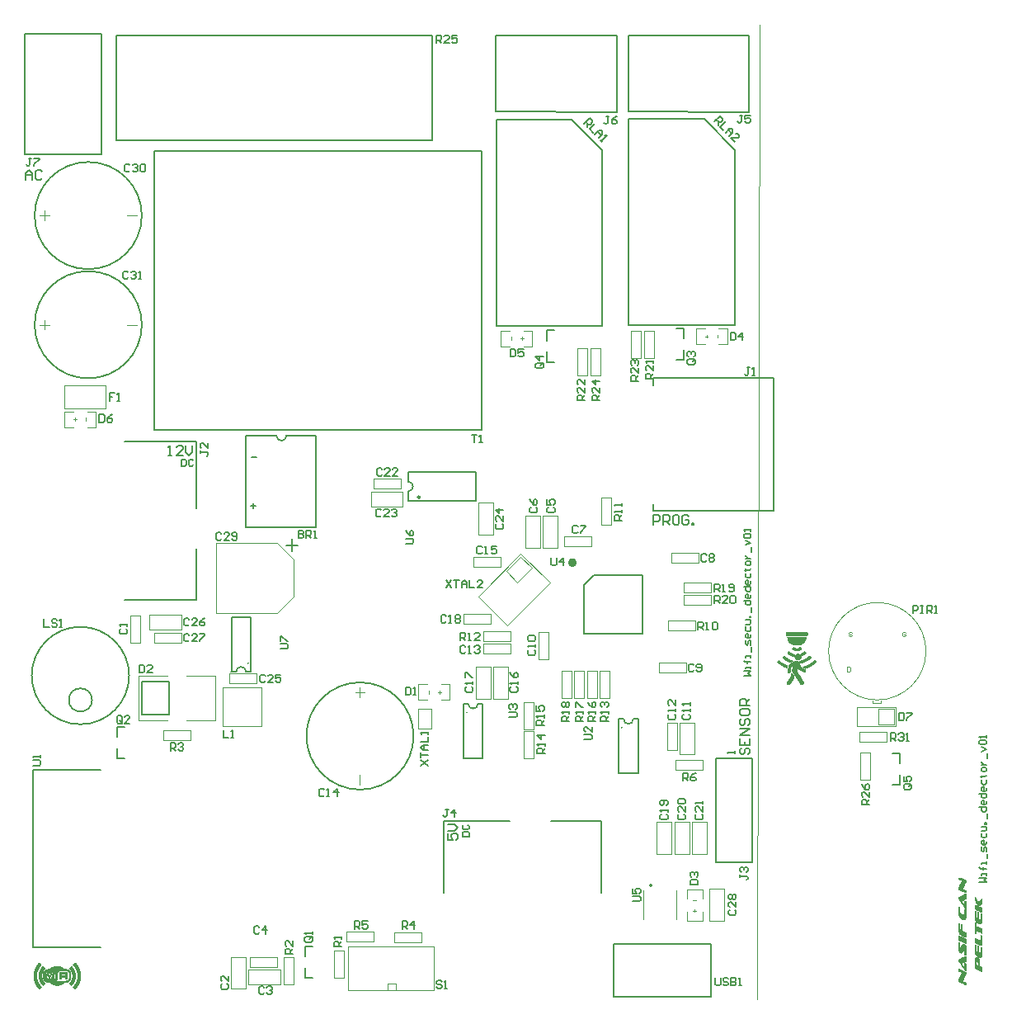
<source format=gto>
G04*
G04 #@! TF.GenerationSoftware,Altium Limited,Altium Designer,20.0.10 (225)*
G04*
G04 Layer_Color=65535*
%FSLAX25Y25*%
%MOIN*%
G70*
G01*
G75*
%ADD10C,0.00394*%
%ADD11C,0.00984*%
%ADD12C,0.00787*%
%ADD13C,0.01968*%
%ADD14C,0.00630*%
%ADD15C,0.01181*%
%ADD16C,0.00126*%
%ADD17C,0.00024*%
%ADD18C,0.00109*%
%ADD19C,0.00591*%
D10*
X366142Y140551D02*
G03*
X366142Y140551I-19685J0D01*
G01*
X344585Y119685D02*
Y120720D01*
X347862Y119685D02*
Y120746D01*
X344585Y119685D02*
X347862D01*
X338189Y118110D02*
X353937D01*
X338189Y110208D02*
Y118110D01*
Y110208D02*
X353937Y110274D01*
Y118110D01*
X353346Y111024D02*
Y117323D01*
X347047D02*
X353346D01*
X347047Y111024D02*
Y117323D01*
Y111024D02*
X353346D01*
X339382Y107905D02*
X350382D01*
Y103905D02*
Y107905D01*
X339382Y103905D02*
X350382D01*
X339382D02*
Y107905D01*
X339732Y88490D02*
Y99490D01*
X343732D01*
Y88490D02*
Y99490D01*
X339732Y88490D02*
X343732D01*
X142775Y210398D02*
X153775D01*
Y206398D02*
Y210398D01*
X142775Y206398D02*
X153775D01*
X142775D02*
Y210398D01*
X154725Y199098D02*
Y205098D01*
X141825Y199098D02*
X154725D01*
X141825Y205098D02*
X154725D01*
X141825Y199098D02*
Y205098D01*
X135433Y124016D02*
X139370D01*
X137402Y122047D02*
Y125984D01*
Y86614D02*
Y90551D01*
X165159Y123423D02*
Y124604D01*
X169486Y123427D02*
Y124608D01*
X168898Y124016D02*
X170079D01*
X161024Y120866D02*
X164567D01*
X161024D02*
Y127165D01*
X164567D01*
X170079D02*
X173622D01*
Y120866D02*
Y127165D01*
X170079Y120866D02*
X173622D01*
X160754Y109343D02*
X166266D01*
Y117217D01*
X160754D02*
X166266D01*
X160754Y109343D02*
Y117217D01*
X203581Y97256D02*
Y108256D01*
X207581D01*
Y97256D02*
Y108256D01*
X203581Y97256D02*
X207581D01*
X203581Y109067D02*
Y120067D01*
X207581D01*
Y109067D02*
Y120067D01*
X203581Y109067D02*
X207581D01*
X184155Y121408D02*
X190155D01*
X184155D02*
Y134308D01*
X190155Y121408D02*
Y134308D01*
X184155D02*
X190155D01*
X191242Y121408D02*
X197242D01*
X191242D02*
Y134308D01*
X197242Y121408D02*
Y134308D01*
X191242D02*
X197242D01*
X281789Y267128D02*
Y268309D01*
X277463Y267124D02*
Y268305D01*
X276870Y267717D02*
X278051D01*
X282382Y270866D02*
X285925D01*
Y264567D02*
Y270866D01*
X282382Y264567D02*
X285925D01*
X273327D02*
X276870D01*
X273327D02*
Y270866D01*
X276870D01*
X252331Y259067D02*
Y270067D01*
X256331D01*
Y259067D02*
Y270067D01*
X252331Y259067D02*
X256331D01*
X246819D02*
Y270067D01*
X250819D01*
Y259067D02*
Y270067D01*
X246819Y259067D02*
X250819D01*
X234673Y251935D02*
Y262935D01*
X230673Y251935D02*
X234673D01*
X230673D02*
Y262935D01*
X234673D01*
X229161Y251935D02*
Y262935D01*
X225161Y251935D02*
X229161D01*
X225161D02*
Y262935D01*
X229161D01*
X198526Y266337D02*
Y267518D01*
X202853Y266340D02*
Y267522D01*
X202264Y266929D02*
X203445D01*
X194390Y263779D02*
X197933D01*
X194390D02*
Y270079D01*
X197933D01*
X203445D02*
X206988D01*
Y263779D02*
Y270079D01*
X203445Y263779D02*
X206988D01*
X9843Y314567D02*
Y318504D01*
X7874Y316535D02*
X11811D01*
X43307D02*
X47244D01*
X9843Y270472D02*
Y274409D01*
X7874Y272441D02*
X11811D01*
X43307D02*
X47244D01*
X18057Y238534D02*
X34592D01*
X18057D02*
Y247983D01*
X34592D01*
Y238534D02*
Y247983D01*
X26519Y233614D02*
Y234795D01*
X22192Y233611D02*
Y234792D01*
X21600Y234203D02*
X22781D01*
X27112Y237353D02*
X30655D01*
Y231053D02*
Y237353D01*
X27112Y231053D02*
X30655D01*
X18057D02*
X21600D01*
X18057D02*
Y237353D01*
X21600D01*
X79134Y184252D02*
X103937D01*
X110630Y177559D01*
X110619Y170089D02*
Y177570D01*
X79134Y170079D02*
Y184252D01*
Y155905D02*
X103937D01*
X79134D02*
Y170079D01*
X103937Y155905D02*
X110630Y162598D01*
X110619Y162588D02*
Y170068D01*
X54111Y148063D02*
X65111D01*
Y144063D02*
Y148063D01*
X54111Y144063D02*
X65111D01*
X54111D02*
Y148063D01*
X65111Y149362D02*
Y155362D01*
X52211Y149362D02*
X65111D01*
X52211Y155362D02*
X65111D01*
X52211Y149362D02*
Y155362D01*
X48457Y144106D02*
Y155106D01*
X44457Y144106D02*
X48457D01*
X44457D02*
Y155106D01*
X48457D01*
X84658Y127528D02*
X95657D01*
X84658D02*
Y131528D01*
X95657D01*
Y127528D02*
Y131528D01*
X81890Y110236D02*
X97638D01*
Y125984D01*
X81890D02*
X97638D01*
X81890Y110236D02*
Y125984D01*
X67323Y112598D02*
X78740D01*
X67323Y130709D02*
X78740D01*
Y112598D02*
Y130709D01*
X48031D02*
X59449D01*
X48031Y112598D02*
X59449D01*
X48031D02*
Y130709D01*
X58030Y104520D02*
X69030D01*
X58030D02*
Y108520D01*
X69030D01*
Y104520D02*
Y108520D01*
X130740Y8717D02*
Y19717D01*
X126740Y8717D02*
X130740D01*
X126740D02*
Y19717D01*
X130740D01*
X85189Y4180D02*
X91189D01*
X85189D02*
Y17080D01*
X91189Y4180D02*
Y17080D01*
X85189D02*
X91189D01*
X92369Y6055D02*
Y12055D01*
X105269D01*
X92369Y6055D02*
X105269D01*
Y12055D01*
X92925Y12961D02*
X103925D01*
X92925D02*
Y16961D01*
X103925D01*
Y12961D02*
Y16961D01*
X106661Y5917D02*
Y16917D01*
X110661D01*
Y5917D02*
Y16917D01*
X106661Y5917D02*
X110661D01*
X132677Y3543D02*
Y21260D01*
X167323D01*
X148436Y3543D02*
Y6190D01*
X151986D01*
Y3543D02*
Y6190D01*
X132694Y3543D02*
X167323D01*
Y21260D01*
X131902Y23197D02*
X142902D01*
X131902D02*
Y27197D01*
X142902D01*
Y23197D02*
Y27197D01*
X151193Y22803D02*
X162193D01*
X151193D02*
Y26803D01*
X162193D01*
Y22803D02*
Y26803D01*
X265373Y32125D02*
Y43935D01*
X251987Y32125D02*
Y43935D01*
X272028Y40053D02*
X273209D01*
X272031Y35726D02*
X273212D01*
X272620Y35134D02*
Y36315D01*
X269470Y40646D02*
Y44189D01*
X275770D01*
Y40646D02*
Y44189D01*
Y31591D02*
Y35134D01*
X269470Y31591D02*
X275770D01*
X269470D02*
Y35134D01*
X278670Y44560D02*
X284670D01*
Y31660D02*
Y44560D01*
X278670Y31660D02*
Y44560D01*
Y31660D02*
X284670D01*
X271530Y58737D02*
X277530D01*
X271530D02*
Y71637D01*
X277530Y58737D02*
Y71637D01*
X271530D02*
X277530D01*
X264444Y58737D02*
X270444D01*
X264444D02*
Y71637D01*
X270444Y58737D02*
Y71637D01*
X264444D02*
X270444D01*
X257357Y58737D02*
X263357D01*
X257357D02*
Y71637D01*
X263357Y58737D02*
Y71637D01*
X257357D02*
X263357D01*
X264980Y96570D02*
X275980D01*
Y92570D02*
Y96570D01*
X264980Y92570D02*
X275980D01*
X264980D02*
Y96570D01*
X266473Y111738D02*
X272473D01*
Y98838D02*
Y111738D01*
X266473Y98838D02*
Y111738D01*
Y98838D02*
X272473D01*
X261568Y100576D02*
Y111576D01*
X265568D01*
Y100576D02*
Y111576D01*
X261568Y100576D02*
X265568D01*
X179145Y155543D02*
X190145D01*
Y151543D02*
Y155543D01*
X179145Y151543D02*
X190145D01*
X179145D02*
Y155543D01*
X187255Y148634D02*
X198255D01*
Y144634D02*
Y148634D01*
X187255Y144634D02*
X198255D01*
X187255D02*
Y148634D01*
X187191Y143555D02*
X198191D01*
Y139555D02*
Y143555D01*
X187191Y139555D02*
X198191D01*
X187191D02*
Y143555D01*
X185200Y200500D02*
X191200D01*
Y187600D02*
Y200500D01*
X185200Y187600D02*
Y200500D01*
Y187600D02*
X191200D01*
X183082Y174772D02*
X194082D01*
X183082D02*
Y178772D01*
X194082D01*
Y174772D02*
Y178772D01*
X200998Y168417D02*
X206844Y174263D01*
X196544Y172871D02*
X200998Y168417D01*
X196544Y172871D02*
X202390Y178717D01*
X206844Y174263D01*
X185130Y162571D02*
X202390Y179831D01*
X185130Y162571D02*
X196822Y150878D01*
X214083Y168138D01*
X202390Y179831D02*
X214083Y168138D01*
X209520Y137340D02*
Y148340D01*
X213520D01*
Y137340D02*
Y148340D01*
X209520Y137340D02*
X213520D01*
X222944Y121581D02*
Y132581D01*
X218944Y121581D02*
X222944D01*
X218944D02*
Y132581D01*
X222944D01*
X228062Y121581D02*
Y132581D01*
X224062Y121581D02*
X228062D01*
X224062D02*
Y132581D01*
X228062D01*
X233180Y121581D02*
Y132581D01*
X229180Y121581D02*
X233180D01*
X229180D02*
Y132581D01*
X233180D01*
X238298Y121581D02*
Y132581D01*
X234298Y121581D02*
X238298D01*
X234298D02*
Y132581D01*
X238298D01*
X258200Y132080D02*
X269200D01*
X258200D02*
Y136080D01*
X269200D01*
Y132080D02*
Y136080D01*
X261823Y152787D02*
X272823D01*
Y148787D02*
Y152787D01*
X261823Y148787D02*
X272823D01*
X261823D02*
Y152787D01*
X268122Y163417D02*
X279122D01*
Y159417D02*
Y163417D01*
X268122Y159417D02*
X279122D01*
X268122D02*
Y163417D01*
Y168142D02*
X279122D01*
Y164142D02*
Y168142D01*
X268122Y164142D02*
X279122D01*
X268122D02*
Y168142D01*
X263240Y176310D02*
X274240D01*
X263240D02*
Y180310D01*
X274240D01*
Y176310D02*
Y180310D01*
X204261Y195300D02*
X210261D01*
Y182400D02*
Y195300D01*
X204261Y182400D02*
Y195300D01*
Y182400D02*
X210261D01*
X211400Y195300D02*
X217400D01*
Y182400D02*
Y195300D01*
X211400Y182400D02*
Y195300D01*
Y182400D02*
X217400D01*
X219900Y183100D02*
X230900D01*
X219900D02*
Y187100D01*
X230900D01*
Y183100D02*
Y187100D01*
X238810Y191610D02*
Y202610D01*
X234810Y191610D02*
X238810D01*
X234810D02*
Y202610D01*
X238810D01*
X298031Y0D02*
X298820Y393701D01*
X334252Y134251D02*
Y132283D01*
X335236D01*
X335564Y132611D01*
Y133923D01*
X335236Y134251D01*
X334252D01*
X336351Y148097D02*
X336023Y148424D01*
X335367D01*
X335039Y148097D01*
Y147769D01*
X335367Y147441D01*
X336023D01*
X336351Y147113D01*
Y146785D01*
X336023Y146457D01*
X335367D01*
X335039Y146785D01*
X358005Y148097D02*
X357677Y148424D01*
X357021D01*
X356693Y148097D01*
Y146785D01*
X357021Y146457D01*
X357677D01*
X358005Y146785D01*
Y147441D01*
X357349D01*
D11*
X161555Y202756D02*
G03*
X161555Y202756I-394J0D01*
G01*
D12*
X156830Y205118D02*
G03*
X156830Y209055I0J1969D01*
G01*
X159055Y106299D02*
G03*
X159055Y106299I-21654J0D01*
G01*
X180568Y115868D02*
G03*
X180568Y115868I-197J0D01*
G01*
X181134Y119315D02*
G03*
X185071Y119315I1969J0D01*
G01*
X49213Y316535D02*
G03*
X49213Y316535I-21654J0D01*
G01*
X49213Y272441D02*
G03*
X49213Y272441I-21654J0D01*
G01*
X103663Y227559D02*
G03*
X107600Y227559I1969J-2D01*
G01*
X44094Y130709D02*
G03*
X44094Y130709I-19685J0D01*
G01*
X92267Y135707D02*
G03*
X92267Y135707I-197J0D01*
G01*
X91307Y132260D02*
G03*
X87370Y132260I-1969J0D01*
G01*
X243348Y109739D02*
G03*
X243348Y109739I-197J0D01*
G01*
X243914Y113186D02*
G03*
X247851Y113186I1969J0D01*
G01*
X355724Y86533D02*
Y90599D01*
X352575Y86533D02*
X355724D01*
Y95227D02*
Y99294D01*
X352575D02*
X355724D01*
X156830Y209055D02*
Y212992D01*
Y201181D02*
Y205118D01*
Y212992D02*
X184389D01*
Y201181D02*
Y212992D01*
X156830Y201181D02*
X184389D01*
X179203Y119313D02*
X181163Y119314D01*
X185083Y119316D02*
X187044Y119317D01*
X187012Y117371D02*
Y119317D01*
Y97244D02*
Y117371D01*
X179171Y97244D02*
Y119313D01*
Y97244D02*
X187012D01*
X231890Y171227D02*
X251575D01*
X227953Y167290D02*
X231890Y171227D01*
X227953Y147605D02*
Y167290D01*
X251575Y147605D02*
Y171227D01*
X227953Y147605D02*
X251575D01*
X255906Y197244D02*
X304724D01*
Y250787D01*
X255906D02*
X304724D01*
X255906Y248031D02*
Y250787D01*
Y197244D02*
Y200000D01*
X268323Y258187D02*
Y262253D01*
X265173Y258187D02*
X268323D01*
Y266881D02*
Y270947D01*
X265173D02*
X268323D01*
X212780Y266093D02*
Y270160D01*
X215929D01*
X212780Y257399D02*
Y261466D01*
Y257399D02*
X215929D01*
X246063Y272211D02*
Y355591D01*
Y272211D02*
X289023D01*
Y343047D01*
X246063Y355591D02*
X276479D01*
X276602Y355468D01*
X289023Y343047D01*
X192441Y271974D02*
Y355354D01*
Y271974D02*
X235401D01*
Y342811D01*
X192441Y355354D02*
X222857D01*
X222979Y355232D01*
X235401Y342811D01*
X54331Y229921D02*
Y342520D01*
Y229921D02*
X186614D01*
X54331Y342520D02*
X186614D01*
Y229921D02*
Y342520D01*
X294724Y358398D02*
Y389370D01*
X245905D02*
X294724D01*
X245905Y358517D02*
Y389370D01*
Y358517D02*
X294724Y358398D01*
X241181D02*
Y389370D01*
X192362D02*
X241181D01*
X192362Y358517D02*
Y389370D01*
Y358517D02*
X241181Y358398D01*
X38976Y346850D02*
X166535D01*
X38976D02*
Y389370D01*
X166532D01*
X166535Y389367D01*
Y346850D02*
Y389367D01*
X2043Y390019D02*
X33015D01*
X2043Y341201D02*
Y390019D01*
Y341201D02*
X32896D01*
X33015Y390019D01*
X91339Y227559D02*
X103663D01*
X91339Y190551D02*
Y227559D01*
X93574Y218898D02*
X95542D01*
X94135Y199213D02*
X94147Y198240D01*
X94123Y200185D02*
X94135Y199213D01*
X93138D02*
X95107D01*
X119719Y190551D02*
Y227559D01*
X91339Y190551D02*
X119719D01*
X107600Y227559D02*
X119719D01*
X109843Y181102D02*
Y185827D01*
X107480Y183425D02*
X112205D01*
X42126Y161417D02*
X71260D01*
Y181890D01*
Y198425D02*
Y225197D01*
X42126D02*
X71260D01*
X91278Y132261D02*
X93238Y132262D01*
X85397Y132258D02*
X87357Y132259D01*
X85429Y132258D02*
Y134203D01*
Y154331D01*
X93270Y132262D02*
Y154331D01*
X85429D02*
X93270D01*
X49213Y114961D02*
X60236D01*
X49213D02*
Y128347D01*
X60236D01*
Y114961D02*
Y128347D01*
X39158Y105857D02*
Y109924D01*
X42307D01*
X39158Y97163D02*
Y101229D01*
Y97163D02*
X42307D01*
X5150Y20803D02*
X32421D01*
X5150D02*
Y92672D01*
X32421D01*
X115142Y8624D02*
X118291D01*
X115142D02*
Y12691D01*
Y21385D02*
X118291D01*
X115142Y17319D02*
Y21385D01*
X281202Y55231D02*
Y97421D01*
X295833D01*
Y55231D02*
Y97421D01*
X281202Y55231D02*
X295833D01*
X235039Y42815D02*
Y71949D01*
X214567D02*
X235039D01*
X171260D02*
X198031D01*
X171260Y42815D02*
Y71949D01*
X239764Y984D02*
X279134D01*
X239764D02*
Y22244D01*
X279134D01*
Y984D02*
Y22244D01*
X241983Y113184D02*
X243943Y113185D01*
X247864Y113187D02*
X249824Y113188D01*
X249792Y111242D02*
Y113188D01*
Y91115D02*
Y111242D01*
X241951Y91115D02*
Y113184D01*
Y91115D02*
X249792D01*
X387731Y47244D02*
X390486D01*
X389567Y48162D01*
X390486Y49081D01*
X387731D01*
X390486Y49999D02*
Y50918D01*
Y50458D01*
X388649D01*
Y49999D01*
X390486Y52754D02*
X388190D01*
X389108D01*
Y52295D01*
Y53213D01*
Y52754D01*
X388190D01*
X387731Y53213D01*
X390486Y54591D02*
Y55509D01*
Y55050D01*
X388649D01*
Y54591D01*
X390945Y56887D02*
Y58723D01*
X390486Y59642D02*
Y61019D01*
X390026Y61478D01*
X389567Y61019D01*
Y60101D01*
X389108Y59642D01*
X388649Y60101D01*
Y61478D01*
X390486Y63774D02*
Y62856D01*
X390026Y62397D01*
X389108D01*
X388649Y62856D01*
Y63774D01*
X389108Y64233D01*
X389567D01*
Y62397D01*
X388649Y66988D02*
Y65611D01*
X389108Y65152D01*
X390026D01*
X390486Y65611D01*
Y66988D01*
X388649Y67907D02*
X390026D01*
X390486Y68366D01*
Y69743D01*
X388649D01*
X390486Y70662D02*
X390026D01*
Y71121D01*
X390486D01*
Y70662D01*
X390945Y72958D02*
Y74794D01*
X387731Y77549D02*
X390486D01*
Y76172D01*
X390026Y75713D01*
X389108D01*
X388649Y76172D01*
Y77549D01*
X390486Y79845D02*
Y78927D01*
X390026Y78468D01*
X389108D01*
X388649Y78927D01*
Y79845D01*
X389108Y80304D01*
X389567D01*
Y78468D01*
X387731Y83059D02*
X390486D01*
Y81682D01*
X390026Y81223D01*
X389108D01*
X388649Y81682D01*
Y83059D01*
X390486Y85355D02*
Y84437D01*
X390026Y83978D01*
X389108D01*
X388649Y84437D01*
Y85355D01*
X389108Y85814D01*
X389567D01*
Y83978D01*
X388649Y88569D02*
Y87192D01*
X389108Y86733D01*
X390026D01*
X390486Y87192D01*
Y88569D01*
X388190Y89947D02*
X388649D01*
Y89488D01*
Y90406D01*
Y89947D01*
X390026D01*
X390486Y90406D01*
Y92243D02*
Y93161D01*
X390026Y93620D01*
X389108D01*
X388649Y93161D01*
Y92243D01*
X389108Y91784D01*
X390026D01*
X390486Y92243D01*
X388649Y94539D02*
X390486D01*
X389567D01*
X389108Y94998D01*
X388649Y95457D01*
Y95916D01*
X390945Y97294D02*
Y99130D01*
X388649Y100049D02*
X390486Y100967D01*
X388649Y101885D01*
X388190Y102804D02*
X387731Y103263D01*
Y104181D01*
X388190Y104640D01*
X390026D01*
X390486Y104181D01*
Y103263D01*
X390026Y102804D01*
X388190D01*
X390486Y105559D02*
Y106477D01*
Y106018D01*
X387731D01*
X388190Y105559D01*
X292455Y130709D02*
X295210D01*
X294292Y131627D01*
X295210Y132545D01*
X292455D01*
X295210Y133464D02*
Y134382D01*
Y133923D01*
X293373D01*
Y133464D01*
X295210Y136219D02*
X292914D01*
X293833D01*
Y135759D01*
Y136678D01*
Y136219D01*
X292914D01*
X292455Y136678D01*
X295210Y138055D02*
Y138974D01*
Y138515D01*
X293373D01*
Y138055D01*
X295669Y140351D02*
Y142188D01*
X295210Y143106D02*
Y144484D01*
X294751Y144943D01*
X294292Y144484D01*
Y143565D01*
X293833Y143106D01*
X293373Y143565D01*
Y144943D01*
X295210Y147239D02*
Y146320D01*
X294751Y145861D01*
X293833D01*
X293373Y146320D01*
Y147239D01*
X293833Y147698D01*
X294292D01*
Y145861D01*
X293373Y150453D02*
Y149075D01*
X293833Y148616D01*
X294751D01*
X295210Y149075D01*
Y150453D01*
X293373Y151371D02*
X294751D01*
X295210Y151830D01*
Y153208D01*
X293373D01*
X295210Y154126D02*
X294751D01*
Y154586D01*
X295210D01*
Y154126D01*
X295669Y156422D02*
Y158259D01*
X292455Y161014D02*
X295210D01*
Y159636D01*
X294751Y159177D01*
X293833D01*
X293373Y159636D01*
Y161014D01*
X295210Y163310D02*
Y162391D01*
X294751Y161932D01*
X293833D01*
X293373Y162391D01*
Y163310D01*
X293833Y163769D01*
X294292D01*
Y161932D01*
X292455Y166524D02*
X295210D01*
Y165146D01*
X294751Y164687D01*
X293833D01*
X293373Y165146D01*
Y166524D01*
X295210Y168820D02*
Y167901D01*
X294751Y167442D01*
X293833D01*
X293373Y167901D01*
Y168820D01*
X293833Y169279D01*
X294292D01*
Y167442D01*
X293373Y172034D02*
Y170656D01*
X293833Y170197D01*
X294751D01*
X295210Y170656D01*
Y172034D01*
X292914Y173412D02*
X293373D01*
Y172952D01*
Y173871D01*
Y173412D01*
X294751D01*
X295210Y173871D01*
Y175707D02*
Y176626D01*
X294751Y177085D01*
X293833D01*
X293373Y176626D01*
Y175707D01*
X293833Y175248D01*
X294751D01*
X295210Y175707D01*
X293373Y178003D02*
X295210D01*
X294292D01*
X293833Y178462D01*
X293373Y178921D01*
Y179381D01*
X295669Y180758D02*
Y182595D01*
X293373Y183513D02*
X295210Y184432D01*
X293373Y185350D01*
X292914Y186268D02*
X292455Y186727D01*
Y187646D01*
X292914Y188105D01*
X294751D01*
X295210Y187646D01*
Y186727D01*
X294751Y186268D01*
X292914D01*
X295210Y189023D02*
Y189942D01*
Y189482D01*
X292455D01*
X292914Y189023D01*
X291602Y101443D02*
X290946Y100787D01*
Y99475D01*
X291602Y98819D01*
X292258D01*
X292914Y99475D01*
Y100787D01*
X293570Y101443D01*
X294226D01*
X294882Y100787D01*
Y99475D01*
X294226Y98819D01*
X290946Y105378D02*
Y102755D01*
X294882D01*
Y105378D01*
X292914Y102755D02*
Y104067D01*
X294882Y106690D02*
X290946D01*
X294882Y109314D01*
X290946D01*
X291602Y113250D02*
X290946Y112594D01*
Y111282D01*
X291602Y110626D01*
X292258D01*
X292914Y111282D01*
Y112594D01*
X293570Y113250D01*
X294226D01*
X294882Y112594D01*
Y111282D01*
X294226Y110626D01*
X290946Y116530D02*
Y115218D01*
X291602Y114562D01*
X294226D01*
X294882Y115218D01*
Y116530D01*
X294226Y117186D01*
X291602D01*
X290946Y116530D01*
X294882Y118498D02*
X290946D01*
Y120466D01*
X291602Y121121D01*
X292914D01*
X293570Y120466D01*
Y118498D01*
Y119809D02*
X294882Y121121D01*
X255906Y191732D02*
Y195668D01*
X257873D01*
X258529Y195012D01*
Y193700D01*
X257873Y193044D01*
X255906D01*
X259841Y191732D02*
Y195668D01*
X261809D01*
X262465Y195012D01*
Y193700D01*
X261809Y193044D01*
X259841D01*
X261153D02*
X262465Y191732D01*
X265745Y195668D02*
X264433D01*
X263777Y195012D01*
Y192388D01*
X264433Y191732D01*
X265745D01*
X266401Y192388D01*
Y195012D01*
X265745Y195668D01*
X270337Y195012D02*
X269681Y195668D01*
X268369D01*
X267713Y195012D01*
Y192388D01*
X268369Y191732D01*
X269681D01*
X270337Y192388D01*
Y193700D01*
X269025D01*
X271649Y191732D02*
Y192388D01*
X272304D01*
Y191732D01*
X271649D01*
X2362Y331102D02*
Y333726D01*
X3674Y335038D01*
X4986Y333726D01*
Y331102D01*
Y333070D01*
X2362D01*
X8922Y334382D02*
X8266Y335038D01*
X6954D01*
X6298Y334382D01*
Y331758D01*
X6954Y331102D01*
X8266D01*
X8922Y331758D01*
X178741Y65748D02*
X181496D01*
Y67125D01*
X181037Y67585D01*
X179200D01*
X178741Y67125D01*
Y65748D01*
X179200Y70340D02*
X178741Y69881D01*
Y68962D01*
X179200Y68503D01*
X181037D01*
X181496Y68962D01*
Y69881D01*
X181037Y70340D01*
X172836Y66797D02*
Y64173D01*
X174804D01*
X174148Y65485D01*
Y66141D01*
X174804Y66797D01*
X176116D01*
X176772Y66141D01*
Y64829D01*
X176116Y64173D01*
X172836Y68109D02*
X175460D01*
X176772Y69421D01*
X175460Y70733D01*
X172836D01*
X65354Y218109D02*
Y215354D01*
X66732D01*
X67191Y215813D01*
Y217650D01*
X66732Y218109D01*
X65354D01*
X69946Y217650D02*
X69487Y218109D01*
X68568D01*
X68109Y217650D01*
Y215813D01*
X68568Y215354D01*
X69487D01*
X69946Y215813D01*
X59842Y219685D02*
X61154D01*
X60498D01*
Y223621D01*
X59842Y222965D01*
X65746Y219685D02*
X63122D01*
X65746Y222309D01*
Y222965D01*
X65090Y223621D01*
X63778D01*
X63122Y222965D01*
X67058Y223621D02*
Y220997D01*
X68370Y219685D01*
X69682Y220997D01*
Y223621D01*
X288976Y99213D02*
Y100262D01*
Y99737D01*
X285828D01*
X286353Y99213D01*
D13*
X224016Y176378D02*
G03*
X224016Y176378I-787J0D01*
G01*
D14*
X29094Y120866D02*
G03*
X29094Y120866I-4685J0D01*
G01*
D15*
X254968Y45993D02*
G03*
X254968Y45993I-39J0D01*
G01*
D16*
X379324Y7230D02*
Y8237D01*
Y11387D02*
Y12142D01*
Y15417D02*
Y16047D01*
Y19575D02*
Y23102D01*
Y23983D02*
Y25621D01*
Y27133D02*
Y30660D01*
Y33935D02*
Y37336D01*
Y40611D02*
Y41115D01*
Y44390D02*
Y45398D01*
Y48547D02*
Y49051D01*
X379450Y7103D02*
Y8489D01*
Y11387D02*
Y12142D01*
Y15166D02*
Y16047D01*
Y19322D02*
Y23102D01*
Y23857D02*
Y25495D01*
Y26755D02*
Y30660D01*
Y33557D02*
Y37336D01*
Y40359D02*
Y41241D01*
Y44264D02*
Y45650D01*
Y48547D02*
Y49051D01*
X379576Y7103D02*
Y8741D01*
Y11260D02*
Y12016D01*
Y15040D02*
Y16173D01*
Y19071D02*
Y23102D01*
Y23857D02*
Y25495D01*
Y26503D02*
Y30660D01*
Y33305D02*
Y37336D01*
Y40233D02*
Y41241D01*
Y44264D02*
Y45902D01*
Y48421D02*
Y49051D01*
X379702Y6978D02*
Y8993D01*
Y11260D02*
Y12016D01*
Y14914D02*
Y16173D01*
Y18945D02*
Y22976D01*
Y23731D02*
Y25369D01*
Y26377D02*
Y30534D01*
Y33179D02*
Y37210D01*
Y39981D02*
Y41367D01*
Y44139D02*
Y46154D01*
Y48421D02*
Y49051D01*
X379828Y6978D02*
Y9245D01*
Y11135D02*
Y12016D01*
Y14662D02*
Y16299D01*
Y18819D02*
Y20582D01*
Y23731D02*
Y25369D01*
Y26251D02*
Y28140D01*
Y33053D02*
Y34817D01*
Y39856D02*
Y41493D01*
Y44139D02*
Y46406D01*
Y48295D02*
Y49051D01*
X379954Y6852D02*
Y9497D01*
Y11135D02*
Y11890D01*
Y14536D02*
Y16299D01*
Y18819D02*
Y20834D01*
Y23606D02*
Y25369D01*
Y26125D02*
Y28014D01*
Y32927D02*
Y34691D01*
Y39604D02*
Y41493D01*
Y44012D02*
Y46658D01*
Y48295D02*
Y49051D01*
X380080Y6852D02*
Y9749D01*
Y11135D02*
Y11890D01*
Y14284D02*
Y16425D01*
Y18819D02*
Y21086D01*
Y23606D02*
Y25243D01*
Y25999D02*
Y27888D01*
Y32801D02*
Y34565D01*
Y39478D02*
Y41619D01*
Y44012D02*
Y46910D01*
Y48295D02*
Y49051D01*
X380206Y6852D02*
Y10001D01*
Y11009D02*
Y11764D01*
Y14158D02*
Y16425D01*
Y18693D02*
Y21338D01*
Y23480D02*
Y25243D01*
Y25999D02*
Y27762D01*
Y32675D02*
Y34565D01*
Y39352D02*
Y41619D01*
Y44012D02*
Y47162D01*
Y48169D02*
Y48925D01*
X380332Y6726D02*
Y10253D01*
Y11009D02*
Y11764D01*
Y13906D02*
Y16551D01*
Y18693D02*
Y21464D01*
Y23480D02*
Y25117D01*
Y25873D02*
Y27762D01*
Y28140D02*
Y30156D01*
Y32549D02*
Y34439D01*
Y39100D02*
Y41745D01*
Y43887D02*
Y47414D01*
Y48169D02*
Y48925D01*
X380458Y6726D02*
Y10505D01*
Y10883D02*
Y11638D01*
Y13780D02*
Y14410D01*
Y14536D02*
Y16551D01*
Y18819D02*
Y21716D01*
Y23354D02*
Y25117D01*
Y25873D02*
Y27637D01*
Y28014D02*
Y30156D01*
Y32423D02*
Y34439D01*
Y38974D02*
Y39478D01*
Y39729D02*
Y41745D01*
Y43887D02*
Y47666D01*
Y48044D02*
Y48799D01*
X380584Y6600D02*
Y11638D01*
Y13528D02*
Y14158D01*
Y14662D02*
Y16677D01*
Y18819D02*
Y21968D01*
Y23354D02*
Y24991D01*
Y25747D02*
Y27637D01*
Y27888D02*
Y30156D01*
Y32423D02*
Y34313D01*
Y38722D02*
Y39352D01*
Y39856D02*
Y41871D01*
Y43760D02*
Y48799D01*
X380710Y6600D02*
Y11512D01*
Y13402D02*
Y14032D01*
Y14662D02*
Y16803D01*
Y19071D02*
Y22094D01*
Y23354D02*
Y24991D01*
Y25747D02*
Y27510D01*
Y27888D02*
Y30030D01*
Y32423D02*
Y34313D01*
Y38596D02*
Y39100D01*
Y39856D02*
Y41871D01*
Y43760D02*
Y48673D01*
X380836Y6474D02*
Y7230D01*
Y7481D02*
Y11512D01*
Y13276D02*
Y13780D01*
Y14788D02*
Y16803D01*
Y19197D02*
Y22346D01*
Y23228D02*
Y24865D01*
Y25621D02*
Y27510D01*
Y32297D02*
Y34187D01*
Y38344D02*
Y38974D01*
Y39981D02*
Y41997D01*
Y43635D02*
Y44390D01*
Y44642D02*
Y48673D01*
X380962Y6474D02*
Y7230D01*
Y7859D02*
Y11512D01*
Y13024D02*
Y13654D01*
Y14788D02*
Y16929D01*
Y19448D02*
Y22346D01*
Y23228D02*
Y24865D01*
Y25621D02*
Y27385D01*
Y32297D02*
Y34187D01*
Y38218D02*
Y38722D01*
Y39981D02*
Y41997D01*
Y43635D02*
Y44390D01*
Y45020D02*
Y48673D01*
X381088Y6348D02*
Y7103D01*
Y8111D02*
Y11387D01*
Y12898D02*
Y13402D01*
Y14914D02*
Y16929D01*
Y19700D02*
Y22346D01*
Y23102D02*
Y24865D01*
Y25495D02*
Y27385D01*
Y32297D02*
Y34187D01*
Y37966D02*
Y38596D01*
Y40107D02*
Y42123D01*
Y43509D02*
Y44264D01*
Y45272D02*
Y48547D01*
X381214Y6348D02*
Y7103D01*
Y8363D02*
Y11387D01*
Y12646D02*
Y13276D01*
Y14914D02*
Y17055D01*
Y19952D02*
Y22346D01*
Y23102D02*
Y24739D01*
Y25495D02*
Y27259D01*
Y32297D02*
Y34061D01*
Y37840D02*
Y38470D01*
Y40107D02*
Y42123D01*
Y43509D02*
Y44264D01*
Y45524D02*
Y48547D01*
X381340Y6348D02*
Y7103D01*
Y8615D02*
Y11260D01*
Y12520D02*
Y13024D01*
Y15040D02*
Y17055D01*
Y20078D02*
Y22346D01*
Y22976D02*
Y24739D01*
Y25369D02*
Y27259D01*
Y32297D02*
Y34061D01*
Y37714D02*
Y38218D01*
Y40233D02*
Y42249D01*
Y43509D02*
Y44264D01*
Y45776D02*
Y48421D01*
X381466Y6222D02*
Y6978D01*
Y8867D02*
Y11260D01*
Y12268D02*
Y12898D01*
Y15040D02*
Y17181D01*
Y20330D02*
Y22346D01*
Y22976D02*
Y24613D01*
Y25369D02*
Y27259D01*
Y32297D02*
Y34061D01*
Y37462D02*
Y38092D01*
Y40233D02*
Y42375D01*
Y43383D02*
Y44139D01*
Y46028D02*
Y48421D01*
X381592Y6222D02*
Y6978D01*
Y9119D02*
Y11135D01*
Y12142D02*
Y12772D01*
Y15166D02*
Y17181D01*
Y20582D02*
Y22220D01*
Y22850D02*
Y24613D01*
Y25369D02*
Y27133D01*
Y32297D02*
Y34187D01*
Y37336D02*
Y37840D01*
Y40359D02*
Y42375D01*
Y43383D02*
Y44139D01*
Y46280D02*
Y48295D01*
X381718Y6096D02*
Y6852D01*
Y9371D02*
Y11135D01*
Y11890D02*
Y14662D01*
Y15166D02*
Y17307D01*
Y18063D02*
Y22220D01*
Y22850D02*
Y24487D01*
Y25243D02*
Y27133D01*
Y32423D02*
Y36328D01*
Y37084D02*
Y39729D01*
Y40359D02*
Y42501D01*
Y43257D02*
Y44012D01*
Y46532D02*
Y48295D01*
X381844Y6096D02*
Y6852D01*
Y9749D02*
Y11009D01*
Y11764D02*
Y14536D01*
Y15292D02*
Y17307D01*
Y18063D02*
Y21968D01*
Y22850D02*
Y24487D01*
Y25243D02*
Y27007D01*
Y32423D02*
Y36328D01*
Y36958D02*
Y39729D01*
Y40485D02*
Y42501D01*
Y43257D02*
Y44012D01*
Y46910D02*
Y48169D01*
X381969Y5970D02*
Y6726D01*
Y10001D02*
Y11009D01*
Y11638D02*
Y14536D01*
Y15292D02*
Y17433D01*
Y17937D02*
Y21842D01*
Y22724D02*
Y24361D01*
Y25117D02*
Y27007D01*
Y32675D02*
Y36202D01*
Y36706D02*
Y39729D01*
Y40485D02*
Y42627D01*
Y43131D02*
Y43887D01*
Y47162D02*
Y48169D01*
X382096Y5970D02*
Y6726D01*
Y10253D02*
Y10883D01*
Y11512D02*
Y14410D01*
Y15417D02*
Y17433D01*
Y17937D02*
Y21464D01*
Y22724D02*
Y24361D01*
Y25117D02*
Y26881D01*
Y32927D02*
Y36202D01*
Y36706D02*
Y39604D01*
Y40611D02*
Y42627D01*
Y43131D02*
Y43887D01*
Y47414D02*
Y48044D01*
X386000Y12520D02*
Y16677D01*
Y18441D02*
Y22094D01*
Y22850D02*
Y24613D01*
Y26629D02*
Y30912D01*
Y32045D02*
Y35699D01*
Y36454D02*
Y38092D01*
Y39981D02*
Y41367D01*
X386126Y12394D02*
Y16803D01*
Y18189D02*
Y22094D01*
Y22724D02*
Y24613D01*
Y26629D02*
Y30912D01*
Y31793D02*
Y35572D01*
Y36328D02*
Y37966D01*
Y39729D02*
Y40989D01*
X386252Y12394D02*
Y16803D01*
Y17937D02*
Y22094D01*
Y22724D02*
Y24487D01*
Y26503D02*
Y30786D01*
Y31541D02*
Y35572D01*
Y36328D02*
Y37966D01*
Y39478D02*
Y40737D01*
X386378Y12268D02*
Y14032D01*
Y14914D02*
Y16929D01*
Y17811D02*
Y19826D01*
Y22598D02*
Y24487D01*
Y27762D02*
Y29526D01*
Y31290D02*
Y33305D01*
Y36202D02*
Y37840D01*
Y39100D02*
Y40485D01*
X386504Y12268D02*
Y13906D01*
Y15166D02*
Y16929D01*
Y17685D02*
Y19448D01*
Y22598D02*
Y24361D01*
Y27762D02*
Y29400D01*
Y31164D02*
Y33053D01*
Y36202D02*
Y37840D01*
Y38848D02*
Y40233D01*
X386630Y12142D02*
Y13906D01*
Y15166D02*
Y16929D01*
Y17559D02*
Y19322D01*
Y22472D02*
Y24361D01*
Y27637D02*
Y29400D01*
Y31038D02*
Y32927D01*
Y36076D02*
Y37840D01*
Y38596D02*
Y39856D01*
X386756Y12142D02*
Y13780D01*
Y15166D02*
Y16929D01*
Y17433D02*
Y19197D01*
Y22472D02*
Y24361D01*
Y27637D02*
Y29274D01*
Y30912D02*
Y32801D01*
Y36076D02*
Y37714D01*
Y38344D02*
Y39604D01*
X386882Y12016D02*
Y13780D01*
Y15166D02*
Y16803D01*
Y17307D02*
Y19197D01*
Y22472D02*
Y24235D01*
Y27637D02*
Y29274D01*
Y30786D02*
Y32675D01*
Y35950D02*
Y37714D01*
Y37966D02*
Y39352D01*
X387008Y12016D02*
Y13654D01*
Y15040D02*
Y16803D01*
Y17181D02*
Y19071D01*
Y19448D02*
Y21716D01*
Y22346D02*
Y24235D01*
Y27510D02*
Y29148D01*
Y30786D02*
Y32675D01*
Y33053D02*
Y35195D01*
Y35950D02*
Y37588D01*
Y37840D02*
Y39226D01*
X387134Y12016D02*
Y13654D01*
Y14914D02*
Y16677D01*
Y17181D02*
Y19071D01*
Y19322D02*
Y21590D01*
Y22346D02*
Y24109D01*
Y27510D02*
Y29148D01*
Y30660D02*
Y32549D01*
Y32927D02*
Y35195D01*
Y35950D02*
Y37588D01*
Y37714D02*
Y39352D01*
X387260Y11890D02*
Y13528D01*
Y13906D02*
Y16551D01*
Y17055D02*
Y19071D01*
Y19322D02*
Y21590D01*
Y22220D02*
Y24109D01*
Y27385D02*
Y29022D01*
Y30660D02*
Y32549D01*
Y32927D02*
Y35069D01*
Y35824D02*
Y37462D01*
Y37714D02*
Y39352D01*
X387386Y11890D02*
Y13528D01*
Y13780D02*
Y16425D01*
Y17055D02*
Y18945D01*
Y19322D02*
Y21464D01*
Y22220D02*
Y23983D01*
Y27385D02*
Y29022D01*
Y30534D02*
Y32549D01*
Y32801D02*
Y35069D01*
Y35824D02*
Y37462D01*
Y37714D02*
Y39478D01*
X387512Y11764D02*
Y13402D01*
Y13780D02*
Y16173D01*
Y17055D02*
Y18945D01*
Y22094D02*
Y23983D01*
Y27259D02*
Y28896D01*
Y30534D02*
Y32423D01*
Y35699D02*
Y37336D01*
Y37840D02*
Y39604D01*
X387638Y11764D02*
Y13402D01*
Y13654D02*
Y15921D01*
Y16929D02*
Y18819D01*
Y22094D02*
Y23857D01*
Y27259D02*
Y28896D01*
Y30534D02*
Y32423D01*
Y35699D02*
Y37336D01*
Y37966D02*
Y39729D01*
X387764Y11638D02*
Y13402D01*
Y16929D02*
Y18819D01*
Y21968D02*
Y23857D01*
Y27133D02*
Y28896D01*
Y30534D02*
Y32297D01*
Y35572D02*
Y37336D01*
Y37966D02*
Y39856D01*
X387890Y11638D02*
Y13276D01*
Y16929D02*
Y18819D01*
Y21968D02*
Y23857D01*
Y27133D02*
Y28770D01*
Y30534D02*
Y32297D01*
Y35572D02*
Y37210D01*
Y38092D02*
Y39856D01*
X388016Y11512D02*
Y13276D01*
Y16929D02*
Y18693D01*
Y21968D02*
Y23731D01*
Y27133D02*
Y28770D01*
Y30534D02*
Y32297D01*
Y35447D02*
Y37210D01*
Y38218D02*
Y39981D01*
X388142Y11512D02*
Y13150D01*
Y17055D02*
Y18819D01*
Y21968D02*
Y23857D01*
Y27007D02*
Y28644D01*
Y30534D02*
Y32297D01*
Y35447D02*
Y37084D01*
Y38218D02*
Y40107D01*
X388268Y11512D02*
Y13150D01*
Y17055D02*
Y19071D01*
Y20960D02*
Y21086D01*
Y21968D02*
Y24109D01*
Y27007D02*
Y28644D01*
Y30534D02*
Y32549D01*
Y35447D02*
Y37084D01*
Y37210D02*
Y37336D01*
Y38344D02*
Y40233D01*
X388394Y11387D02*
Y13024D01*
Y17055D02*
Y21086D01*
Y21968D02*
Y25873D01*
Y26881D02*
Y28518D01*
Y30660D02*
Y34691D01*
Y35321D02*
Y36958D01*
Y38470D02*
Y40233D01*
X388520Y11387D02*
Y13024D01*
Y17181D02*
Y21086D01*
Y22094D02*
Y25747D01*
Y26881D02*
Y28518D01*
Y30786D02*
Y34565D01*
Y35321D02*
Y36958D01*
Y38470D02*
Y40359D01*
X388646Y11260D02*
Y12898D01*
Y17433D02*
Y20960D01*
Y22220D02*
Y25747D01*
Y26755D02*
Y28518D01*
Y30912D02*
Y34565D01*
Y35195D02*
Y36832D01*
Y38596D02*
Y40485D01*
D17*
X7674Y14759D02*
X7698D01*
X22081D02*
X22104D01*
X7627Y14736D02*
X7721D01*
X22057D02*
X22151D01*
X7604Y14712D02*
X7745D01*
X22034D02*
X22174D01*
X7580Y14689D02*
X7768D01*
X22010D02*
X22198D01*
X7557Y14665D02*
X7792D01*
X21986D02*
X22221D01*
X7533Y14642D02*
X7815D01*
X21963D02*
X22245D01*
X7510Y14618D02*
X7839D01*
X21939D02*
X22268D01*
X7486Y14595D02*
X7862D01*
X21916D02*
X22292D01*
X7463Y14571D02*
X7886D01*
X21892D02*
X22316D01*
X7439Y14548D02*
X7909D01*
X21869D02*
X22339D01*
X7416Y14524D02*
X7933D01*
X21846D02*
X22363D01*
X7416Y14501D02*
X7956D01*
X21822D02*
X22363D01*
X7392Y14477D02*
X7980D01*
X21799D02*
X22386D01*
X7369Y14454D02*
X8003D01*
X21775D02*
X22410D01*
X7345Y14430D02*
X8027D01*
X21752D02*
X22433D01*
X7322Y14407D02*
X8050D01*
X21728D02*
X22456D01*
X7298Y14383D02*
X8074D01*
X21704D02*
X22480D01*
X7275Y14360D02*
X8097D01*
X21681D02*
X22503D01*
X7275Y14336D02*
X8121D01*
X21657D02*
X22503D01*
X7251Y14313D02*
X8144D01*
X21634D02*
X22527D01*
X7228Y14289D02*
X8168D01*
X21610D02*
X22550D01*
X7204Y14266D02*
X8191D01*
X21587D02*
X22574D01*
X7181Y14242D02*
X8215D01*
X21564D02*
X22598D01*
X7181Y14219D02*
X8238D01*
X21540D02*
X22598D01*
X7157Y14195D02*
X8262D01*
X21517D02*
X22621D01*
X7134Y14172D02*
X8285D01*
X21493D02*
X22645D01*
X7110Y14148D02*
X8309D01*
X21470D02*
X22668D01*
X7087Y14125D02*
X8332D01*
X21446D02*
X22692D01*
X7087Y14101D02*
X8356D01*
X21422D02*
X22692D01*
X7063Y14078D02*
X8379D01*
X21399D02*
X22715D01*
X7040Y14054D02*
X8403D01*
X21375D02*
X22738D01*
X7016Y14031D02*
X8403D01*
X21375D02*
X22762D01*
X7016Y14007D02*
X8403D01*
X21375D02*
X22762D01*
X6993Y13984D02*
X8379D01*
X21399D02*
X22785D01*
X6969Y13960D02*
X8356D01*
X21422D02*
X22809D01*
X6946Y13937D02*
X8332D01*
X21446D02*
X22833D01*
X6946Y13913D02*
X8309D01*
X21470D02*
X22833D01*
X6922Y13890D02*
X8285D01*
X21493D02*
X22856D01*
X6899Y13866D02*
X8262D01*
X21517D02*
X22880D01*
X6875Y13843D02*
X8238D01*
X21540D02*
X22903D01*
X6875Y13819D02*
X8215D01*
X21564D02*
X22903D01*
X6852Y13796D02*
X8191D01*
X21587D02*
X22927D01*
X6828Y13772D02*
X8168D01*
X21610D02*
X22950D01*
X6805Y13749D02*
X8168D01*
X21610D02*
X22974D01*
X6805Y13725D02*
X8144D01*
X21634D02*
X22974D01*
X6781Y13702D02*
X8121D01*
X21657D02*
X22997D01*
X6758Y13678D02*
X8097D01*
X21681D02*
X23021D01*
X6758Y13655D02*
X8074D01*
X21704D02*
X23021D01*
X6734Y13631D02*
X8050D01*
X21728D02*
X23044D01*
X6711Y13608D02*
X8027D01*
X21752D02*
X23068D01*
X6711Y13584D02*
X8003D01*
X21775D02*
X23068D01*
X6687Y13561D02*
X8003D01*
X21775D02*
X23091D01*
X6664Y13537D02*
X7980D01*
X21799D02*
X23115D01*
X6664Y13514D02*
X7956D01*
X21822D02*
X23115D01*
X6640Y13490D02*
X7933D01*
X21846D02*
X23138D01*
X6617Y13467D02*
X7909D01*
X21869D02*
X23162D01*
X6617Y13443D02*
X7909D01*
X21869D02*
X23162D01*
X6593Y13420D02*
X7886D01*
X21892D02*
X23185D01*
X6593Y13396D02*
X7862D01*
X14443D02*
X15265D01*
X21916D02*
X23185D01*
X6570Y13373D02*
X7839D01*
X14254D02*
X15430D01*
X21939D02*
X23209D01*
X6570Y13349D02*
X7839D01*
X14137D02*
X15547D01*
X21939D02*
X23209D01*
X6546Y13326D02*
X7815D01*
X14019D02*
X15665D01*
X21963D02*
X23232D01*
X6523Y13302D02*
X7792D01*
X13926D02*
X15759D01*
X21986D02*
X23256D01*
X6523Y13279D02*
X7768D01*
X9131D02*
X9178D01*
X13832D02*
X15853D01*
X20600D02*
X20647D01*
X22010D02*
X23256D01*
X6499Y13255D02*
X7768D01*
X9108D02*
X9202D01*
X13761D02*
X15923D01*
X20576D02*
X20670D01*
X22010D02*
X23279D01*
X6499Y13232D02*
X7745D01*
X9084D02*
X9225D01*
X13667D02*
X16017D01*
X20553D02*
X20694D01*
X22034D02*
X23279D01*
X6476Y13208D02*
X7721D01*
X9084D02*
X9249D01*
X13597D02*
X16088D01*
X20529D02*
X20694D01*
X22057D02*
X23303D01*
X6452Y13184D02*
X7721D01*
X9061D02*
X9272D01*
X13550D02*
X16135D01*
X20506D02*
X20717D01*
X22057D02*
X23326D01*
X6452Y13161D02*
X7698D01*
X9037D02*
X9296D01*
X13479D02*
X16205D01*
X20482D02*
X20741D01*
X22081D02*
X23326D01*
X6429Y13138D02*
X7674D01*
X9014D02*
X9319D01*
X13432D02*
X16276D01*
X20459D02*
X20764D01*
X22104D02*
X23350D01*
X6429Y13114D02*
X7651D01*
X8990D02*
X9343D01*
X13362D02*
X16323D01*
X20435D02*
X20788D01*
X22128D02*
X23350D01*
X6405Y13091D02*
X7651D01*
X8967D02*
X9366D01*
X13315D02*
X16370D01*
X20412D02*
X20811D01*
X22128D02*
X23373D01*
X6405Y13067D02*
X7627D01*
X8943D02*
X9390D01*
X13268D02*
X16440D01*
X20388D02*
X20835D01*
X22151D02*
X23373D01*
X6382Y13044D02*
X7604D01*
X8920D02*
X9413D01*
X13220D02*
X16487D01*
X20365D02*
X20858D01*
X22174D02*
X23397D01*
X6382Y13020D02*
X7604D01*
X8920D02*
X9437D01*
X13150D02*
X16534D01*
X20341D02*
X20858D01*
X22174D02*
X23397D01*
X6358Y12997D02*
X7580D01*
X8896D02*
X9460D01*
X13103D02*
X16581D01*
X20318D02*
X20882D01*
X22198D02*
X23420D01*
X6358Y12973D02*
X7557D01*
X8873D02*
X9484D01*
X13056D02*
X16628D01*
X20294D02*
X20905D01*
X22221D02*
X23420D01*
X6335Y12949D02*
X7557D01*
X8849D02*
X9507D01*
X13033D02*
X16675D01*
X20271D02*
X20929D01*
X22221D02*
X23444D01*
X6311Y12926D02*
X7533D01*
X8826D02*
X9531D01*
X12986D02*
X16722D01*
X20247D02*
X20952D01*
X22245D02*
X23467D01*
X6311Y12902D02*
X7510D01*
X8802D02*
X9554D01*
X12938D02*
X16769D01*
X20224D02*
X20976D01*
X22268D02*
X23467D01*
X6288Y12879D02*
X7510D01*
X8779D02*
X9578D01*
X12891D02*
X16793D01*
X20200D02*
X20999D01*
X22268D02*
X23491D01*
X6288Y12855D02*
X7486D01*
X8755D02*
X9601D01*
X12844D02*
X16840D01*
X20177D02*
X21023D01*
X22292D02*
X23491D01*
X6264Y12832D02*
X7486D01*
X8755D02*
X9625D01*
X12821D02*
X16863D01*
X20153D02*
X21023D01*
X22292D02*
X23514D01*
X6264Y12809D02*
X7463D01*
X8732D02*
X9648D01*
X12774D02*
X16910D01*
X20130D02*
X21046D01*
X22316D02*
X23514D01*
X6241Y12785D02*
X7439D01*
X8708D02*
X9672D01*
X12727D02*
X16934D01*
X20106D02*
X21070D01*
X22339D02*
X23538D01*
X6241Y12762D02*
X7439D01*
X8685D02*
X9695D01*
X12703D02*
X16981D01*
X20083D02*
X21093D01*
X22339D02*
X23538D01*
X6217Y12738D02*
X7416D01*
X8661D02*
X9719D01*
X12656D02*
X17004D01*
X20059D02*
X21117D01*
X22363D02*
X23561D01*
X6217Y12715D02*
X7416D01*
X8638D02*
X9742D01*
X12633D02*
X17028D01*
X20036D02*
X21140D01*
X22363D02*
X23561D01*
X6194Y12691D02*
X7392D01*
X8638D02*
X9766D01*
X12609D02*
X17075D01*
X20012D02*
X21140D01*
X22386D02*
X23585D01*
X6194Y12667D02*
X7392D01*
X8614D02*
X9789D01*
X12562D02*
X17098D01*
X19989D02*
X21164D01*
X22386D02*
X23585D01*
X6170Y12644D02*
X7369D01*
X8591D02*
X9813D01*
X12539D02*
X17122D01*
X19965D02*
X21188D01*
X22410D02*
X23608D01*
X6170Y12620D02*
X7345D01*
X8591D02*
X9836D01*
X12515D02*
X17169D01*
X19942D02*
X21188D01*
X22433D02*
X23608D01*
X6147Y12597D02*
X7345D01*
X8567D02*
X9860D01*
X12468D02*
X17192D01*
X19918D02*
X21211D01*
X22433D02*
X23632D01*
X6147Y12573D02*
X7322D01*
X8544D02*
X9860D01*
X12445D02*
X17216D01*
X19918D02*
X21235D01*
X22456D02*
X23632D01*
X6123Y12550D02*
X7322D01*
X8544D02*
X9883D01*
X12421D02*
X17263D01*
X19895D02*
X21235D01*
X22456D02*
X23655D01*
X6123Y12527D02*
X7298D01*
X8520D02*
X9883D01*
X12398D02*
X17286D01*
X19895D02*
X21258D01*
X22480D02*
X23655D01*
X6100Y12503D02*
X7298D01*
X8497D02*
X9860D01*
X12374D02*
X17310D01*
X19918D02*
X21282D01*
X22480D02*
X23679D01*
X6100Y12479D02*
X7275D01*
X8497D02*
X9836D01*
X12351D02*
X17357D01*
X19942D02*
X21282D01*
X22503D02*
X23679D01*
X6100Y12456D02*
X7275D01*
X8473D02*
X9813D01*
X12327D02*
X17380D01*
X19965D02*
X21305D01*
X22503D02*
X23679D01*
X6076Y12432D02*
X7251D01*
X8450D02*
X9789D01*
X12304D02*
X17404D01*
X19989D02*
X21328D01*
X22527D02*
X23702D01*
X6076Y12409D02*
X7251D01*
X8450D02*
X9766D01*
X12280D02*
X17427D01*
X20012D02*
X21328D01*
X22527D02*
X23702D01*
X6053Y12386D02*
X7228D01*
X8426D02*
X9742D01*
X12257D02*
X17451D01*
X20036D02*
X21352D01*
X22550D02*
X23726D01*
X6053Y12362D02*
X7228D01*
X8403D02*
X9719D01*
X12210D02*
X17474D01*
X20059D02*
X21375D01*
X22550D02*
X23726D01*
X6029Y12338D02*
X7204D01*
X8403D02*
X9695D01*
X12186D02*
X17498D01*
X20083D02*
X21375D01*
X22574D02*
X23749D01*
X6029Y12315D02*
X7204D01*
X8379D02*
X9695D01*
X12163D02*
X17521D01*
X20083D02*
X21399D01*
X22574D02*
X23749D01*
X6029Y12291D02*
X7181D01*
X8356D02*
X9672D01*
X12139D02*
X17545D01*
X20106D02*
X21422D01*
X22598D02*
X23749D01*
X6006Y12268D02*
X7181D01*
X8356D02*
X9648D01*
X12116D02*
X17568D01*
X20130D02*
X21422D01*
X22598D02*
X23773D01*
X6006Y12245D02*
X7157D01*
X8332D02*
X9625D01*
X12116D02*
X17568D01*
X20153D02*
X21446D01*
X22621D02*
X23773D01*
X6006Y12221D02*
X7157D01*
X8332D02*
X9601D01*
X12092D02*
X17592D01*
X20177D02*
X21446D01*
X22621D02*
X23773D01*
X5982Y12197D02*
X7134D01*
X8309D02*
X9578D01*
X12069D02*
X17615D01*
X20200D02*
X21470D01*
X22645D02*
X23796D01*
X5982Y12174D02*
X7134D01*
X8285D02*
X9578D01*
X12045D02*
X17662D01*
X20200D02*
X21493D01*
X22645D02*
X23796D01*
X5959Y12150D02*
X7110D01*
X8285D02*
X9554D01*
X11998D02*
X17733D01*
X20224D02*
X21493D01*
X22668D02*
X23820D01*
X5959Y12127D02*
X7110D01*
X8262D02*
X9531D01*
X11199D02*
X18508D01*
X20247D02*
X21517D01*
X22668D02*
X23820D01*
X5959Y12104D02*
X7087D01*
X8262D02*
X9507D01*
X10964D02*
X18743D01*
X20271D02*
X21517D01*
X22692D02*
X23820D01*
X5935Y12080D02*
X7087D01*
X8238D02*
X9484D01*
X10823D02*
X18861D01*
X20294D02*
X21540D01*
X22692D02*
X23843D01*
X5935Y12056D02*
X7063D01*
X8238D02*
X9460D01*
X10729D02*
X18955D01*
X20318D02*
X21540D01*
X22715D02*
X23843D01*
X5935Y12033D02*
X7063D01*
X8215D02*
X9460D01*
X10635D02*
X19049D01*
X20318D02*
X21564D01*
X22715D02*
X23843D01*
X5912Y12009D02*
X7063D01*
X8215D02*
X9437D01*
X10565D02*
X19119D01*
X20341D02*
X21564D01*
X22715D02*
X23867D01*
X5912Y11986D02*
X7040D01*
X8191D02*
X9413D01*
X10518D02*
X19190D01*
X20365D02*
X21587D01*
X22738D02*
X23867D01*
X5912Y11963D02*
X7040D01*
X8191D02*
X9390D01*
X10447D02*
X19237D01*
X20388D02*
X21587D01*
X22738D02*
X23867D01*
X5888Y11939D02*
X7016D01*
X8168D02*
X9390D01*
X10400D02*
X19284D01*
X20388D02*
X21610D01*
X22762D02*
X23890D01*
X5888Y11915D02*
X7016D01*
X8144D02*
X9366D01*
X10353D02*
X19331D01*
X20412D02*
X21634D01*
X22762D02*
X23890D01*
X5888Y11892D02*
X6993D01*
X8144D02*
X9343D01*
X10306D02*
X19378D01*
X20435D02*
X21634D01*
X22785D02*
X23890D01*
X5864Y11868D02*
X6993D01*
X8121D02*
X9343D01*
X10283D02*
X19425D01*
X20435D02*
X21657D01*
X22785D02*
X23914D01*
X5864Y11845D02*
X6993D01*
X8121D02*
X9319D01*
X10236D02*
X19448D01*
X20459D02*
X21657D01*
X22785D02*
X23914D01*
X5864Y11822D02*
X6969D01*
X8121D02*
X9296D01*
X10189D02*
X19495D01*
X20482D02*
X21657D01*
X22809D02*
X23914D01*
X5841Y11798D02*
X6969D01*
X8097D02*
X9296D01*
X10165D02*
X19519D01*
X20482D02*
X21681D01*
X22809D02*
X23937D01*
X5841Y11774D02*
X6969D01*
X8097D02*
X9272D01*
X10118D02*
X19566D01*
X20506D02*
X21681D01*
X22809D02*
X23937D01*
X5841Y11751D02*
X6946D01*
X8074D02*
X9249D01*
X10095D02*
X19589D01*
X20529D02*
X21704D01*
X22833D02*
X23937D01*
X5818Y11727D02*
X6946D01*
X8074D02*
X9249D01*
X10071D02*
X19636D01*
X20529D02*
X21704D01*
X22833D02*
X23961D01*
X5818Y11704D02*
X6922D01*
X8050D02*
X9225D01*
X10024D02*
X19660D01*
X20553D02*
X21728D01*
X22856D02*
X23961D01*
X5818Y11681D02*
X6922D01*
X8050D02*
X9225D01*
X10001D02*
X16299D01*
X18508D02*
X19683D01*
X20553D02*
X21728D01*
X22856D02*
X23961D01*
X5794Y11657D02*
X6922D01*
X8027D02*
X9202D01*
X9977D02*
X16088D01*
X18720D02*
X19707D01*
X20576D02*
X21752D01*
X22856D02*
X23984D01*
X5794Y11633D02*
X6899D01*
X8027D02*
X9202D01*
X9954D02*
X15994D01*
X18814D02*
X19754D01*
X20576D02*
X21752D01*
X22880D02*
X23984D01*
X5794Y11610D02*
X6899D01*
X8003D02*
X9178D01*
X9930D02*
X15923D01*
X18908D02*
X19777D01*
X20600D02*
X21775D01*
X22880D02*
X23984D01*
X5771Y11586D02*
X6899D01*
X8003D02*
X9155D01*
X9907D02*
X15853D01*
X18955D02*
X19801D01*
X20623D02*
X21775D01*
X22880D02*
X24008D01*
X5771Y11563D02*
X6875D01*
X7980D02*
X9155D01*
X9883D02*
X15806D01*
X19025D02*
X19824D01*
X20623D02*
X21799D01*
X22903D02*
X24008D01*
X5771Y11540D02*
X6875D01*
X7980D02*
X9131D01*
X9860D02*
X15735D01*
X19072D02*
X19848D01*
X20647D02*
X21799D01*
X22903D02*
X24008D01*
X5771Y11516D02*
X6875D01*
X7980D02*
X9131D01*
X9836D02*
X15712D01*
X19119D02*
X19871D01*
X20647D02*
X21799D01*
X22903D02*
X24008D01*
X5747Y11492D02*
X6852D01*
X7956D02*
X9108D01*
X9813D02*
X15665D01*
X19143D02*
X19895D01*
X20670D02*
X21822D01*
X22927D02*
X24031D01*
X5747Y11469D02*
X6852D01*
X7956D02*
X9108D01*
X9789D02*
X15618D01*
X19190D02*
X19918D01*
X20670D02*
X21822D01*
X22927D02*
X24031D01*
X5747Y11445D02*
X6852D01*
X7933D02*
X9084D01*
X9766D02*
X15594D01*
X19237D02*
X19918D01*
X20694D02*
X21846D01*
X22927D02*
X24031D01*
X5747Y11422D02*
X6828D01*
X7933D02*
X9084D01*
X9742D02*
X15547D01*
X19260D02*
X19942D01*
X20694D02*
X21846D01*
X22950D02*
X24031D01*
X5723Y11399D02*
X6828D01*
X7933D02*
X9061D01*
X9719D02*
X15524D01*
X19307D02*
X19965D01*
X20717D02*
X21846D01*
X22950D02*
X24055D01*
X5723Y11375D02*
X6828D01*
X7909D02*
X9061D01*
X9695D02*
X15477D01*
X19331D02*
X19989D01*
X20717D02*
X21869D01*
X22950D02*
X24055D01*
X5723Y11351D02*
X6805D01*
X7909D02*
X9037D01*
X9695D02*
X15453D01*
X19354D02*
X20012D01*
X20741D02*
X21869D01*
X22974D02*
X24055D01*
X5700Y11328D02*
X6805D01*
X7886D02*
X9037D01*
X9672D02*
X15430D01*
X19401D02*
X20012D01*
X20741D02*
X21892D01*
X22974D02*
X24078D01*
X5700Y11304D02*
X6805D01*
X7886D02*
X9037D01*
X9648D02*
X15406D01*
X19425D02*
X20036D01*
X20741D02*
X21892D01*
X22974D02*
X24078D01*
X5700Y11281D02*
X6805D01*
X7886D02*
X9014D01*
X9648D02*
X15383D01*
X19448D02*
X20059D01*
X20764D02*
X21892D01*
X22974D02*
X24078D01*
X5700Y11257D02*
X6781D01*
X7862D02*
X9014D01*
X9625D02*
X15336D01*
X19495D02*
X20059D01*
X20764D02*
X21916D01*
X22997D02*
X24078D01*
X5677Y11234D02*
X6781D01*
X7862D02*
X8990D01*
X9601D02*
X15312D01*
X19519D02*
X20083D01*
X20788D02*
X21916D01*
X22997D02*
X24102D01*
X5677Y11210D02*
X6781D01*
X7862D02*
X8990D01*
X9601D02*
X15289D01*
X19542D02*
X20106D01*
X20788D02*
X21916D01*
X22997D02*
X24102D01*
X5677Y11187D02*
X6758D01*
X7839D02*
X8967D01*
X9578D02*
X15265D01*
X19566D02*
X20106D01*
X20811D02*
X21939D01*
X23021D02*
X24102D01*
X5677Y11163D02*
X6758D01*
X7839D02*
X8967D01*
X9554D02*
X15242D01*
X19566D02*
X20130D01*
X20811D02*
X21939D01*
X23021D02*
X24102D01*
X5677Y11140D02*
X6758D01*
X7839D02*
X8967D01*
X9554D02*
X15218D01*
X19589D02*
X20153D01*
X20811D02*
X21939D01*
X23021D02*
X24102D01*
X5653Y11116D02*
X6758D01*
X7815D02*
X8943D01*
X9531D02*
X15195D01*
X19613D02*
X20153D01*
X20835D02*
X21963D01*
X23021D02*
X24125D01*
X5653Y11093D02*
X6734D01*
X7815D02*
X8943D01*
X9531D02*
X15195D01*
X19636D02*
X20177D01*
X20835D02*
X21963D01*
X23044D02*
X24125D01*
X5653Y11069D02*
X6734D01*
X7815D02*
X8920D01*
X9507D02*
X15171D01*
X19636D02*
X20177D01*
X20858D02*
X21963D01*
X23044D02*
X24125D01*
X5653Y11046D02*
X6734D01*
X7792D02*
X8920D01*
X9507D02*
X15148D01*
X19660D02*
X20200D01*
X20858D02*
X21986D01*
X23044D02*
X24125D01*
X5630Y11022D02*
X6734D01*
X7792D02*
X8920D01*
X9484D02*
X15124D01*
X18438D02*
X18626D01*
X19683D02*
X20200D01*
X20858D02*
X21986D01*
X23044D02*
X24149D01*
X5630Y10999D02*
X6711D01*
X7792D02*
X8896D01*
X9484D02*
X13714D01*
X13902D02*
X15124D01*
X18391D02*
X18696D01*
X19707D02*
X20224D01*
X20882D02*
X21986D01*
X23068D02*
X24149D01*
X5630Y10975D02*
X6711D01*
X7792D02*
X8896D01*
X9460D02*
X13644D01*
X13972D02*
X15101D01*
X18344D02*
X18720D01*
X19707D02*
X20224D01*
X20882D02*
X21986D01*
X23068D02*
X24149D01*
X5630Y10952D02*
X6711D01*
X7768D02*
X8896D01*
X9460D02*
X13597D01*
X14019D02*
X15077D01*
X18320D02*
X18767D01*
X19730D02*
X20247D01*
X20882D02*
X22010D01*
X23068D02*
X24149D01*
X5630Y10928D02*
X6711D01*
X7768D02*
X8873D01*
X9437D02*
X13573D01*
X14043D02*
X15077D01*
X18297D02*
X18790D01*
X19730D02*
X20247D01*
X20905D02*
X22010D01*
X23068D02*
X24149D01*
X5606Y10905D02*
X6687D01*
X7768D02*
X8873D01*
X9437D02*
X13550D01*
X14066D02*
X15054D01*
X18273D02*
X18814D01*
X19754D02*
X20271D01*
X20905D02*
X22010D01*
X23091D02*
X24172D01*
X5606Y10881D02*
X6687D01*
X7745D02*
X8873D01*
X9413D02*
X13526D01*
X14090D02*
X15030D01*
X15947D02*
X17897D01*
X18250D02*
X18814D01*
X19777D02*
X20271D01*
X20905D02*
X22034D01*
X23091D02*
X24172D01*
X5606Y10858D02*
X6687D01*
X7745D02*
X8849D01*
X9413D02*
X10259D01*
X10917D02*
X11434D01*
X12022D02*
X12515D01*
X13173D02*
X13526D01*
X14114D02*
X15030D01*
X15947D02*
X17897D01*
X18250D02*
X18837D01*
X19777D02*
X20271D01*
X20929D02*
X22034D01*
X23091D02*
X24172D01*
X5606Y10834D02*
X6687D01*
X7745D02*
X8849D01*
X9413D02*
X10259D01*
X10917D02*
X11411D01*
X12022D02*
X12492D01*
X13173D02*
X13502D01*
X14114D02*
X15007D01*
X15947D02*
X17897D01*
X18226D02*
X18837D01*
X19801D02*
X20294D01*
X20929D02*
X22034D01*
X23091D02*
X24172D01*
X5606Y10811D02*
X6687D01*
X7745D02*
X8849D01*
X9390D02*
X10259D01*
X10917D02*
X11411D01*
X12022D02*
X12492D01*
X13173D02*
X13502D01*
X14137D02*
X15007D01*
X15947D02*
X17897D01*
X18226D02*
X18861D01*
X19801D02*
X20294D01*
X20929D02*
X22034D01*
X23091D02*
X24172D01*
X5606Y10787D02*
X6664D01*
X7721D02*
X8826D01*
X9390D02*
X10259D01*
X10941D02*
X11411D01*
X12022D02*
X12492D01*
X13150D02*
X13479D01*
X14137D02*
X15007D01*
X15947D02*
X17897D01*
X18203D02*
X18861D01*
X19824D02*
X20294D01*
X20952D02*
X22057D01*
X23115D02*
X24172D01*
X5582Y10764D02*
X6664D01*
X7721D02*
X8826D01*
X9366D02*
X10283D01*
X10941D02*
X11411D01*
X12045D02*
X12492D01*
X13150D02*
X13479D01*
X14161D02*
X14983D01*
X15947D02*
X17897D01*
X18203D02*
X18884D01*
X19824D02*
X20318D01*
X20952D02*
X22057D01*
X23115D02*
X24196D01*
X5582Y10740D02*
X6664D01*
X7721D02*
X8826D01*
X9366D02*
X10283D01*
X10941D02*
X11411D01*
X12045D02*
X12492D01*
X13150D02*
X13455D01*
X14161D02*
X14983D01*
X15947D02*
X17897D01*
X18203D02*
X18884D01*
X19824D02*
X20318D01*
X20952D02*
X22057D01*
X23115D02*
X24196D01*
X5582Y10717D02*
X6664D01*
X7721D02*
X8802D01*
X9366D02*
X10283D01*
X10941D02*
X11411D01*
X12045D02*
X12492D01*
X13150D02*
X13455D01*
X14161D02*
X14960D01*
X15947D02*
X17897D01*
X18203D02*
X18884D01*
X19848D02*
X20318D01*
X20976D02*
X22057D01*
X23115D02*
X24196D01*
X5582Y10693D02*
X6664D01*
X7698D02*
X8802D01*
X9366D02*
X10283D01*
X10941D02*
X11387D01*
X12045D02*
X12492D01*
X13150D02*
X13455D01*
X14161D02*
X14960D01*
X15947D02*
X17897D01*
X18203D02*
X18884D01*
X19848D02*
X20341D01*
X20976D02*
X22081D01*
X23115D02*
X24196D01*
X5582Y10670D02*
X6640D01*
X7698D02*
X8802D01*
X9343D02*
X10283D01*
X10941D02*
X11387D01*
X12045D02*
X12492D01*
X13126D02*
X13455D01*
X14161D02*
X14960D01*
X15947D02*
X17897D01*
X18203D02*
X18884D01*
X19871D02*
X20341D01*
X20976D02*
X22081D01*
X23138D02*
X24196D01*
X5582Y10646D02*
X6640D01*
X7698D02*
X8802D01*
X9343D02*
X10306D01*
X10941D02*
X11387D01*
X12045D02*
X12468D01*
X13126D02*
X13455D01*
X14161D02*
X14936D01*
X15947D02*
X17897D01*
X18203D02*
X18884D01*
X19871D02*
X20341D01*
X20976D02*
X22081D01*
X23138D02*
X24196D01*
X5559Y10623D02*
X6640D01*
X7698D02*
X8779D01*
X9343D02*
X10306D01*
X10964D02*
X11387D01*
X12045D02*
X12468D01*
X13126D02*
X13455D01*
X14161D02*
X14936D01*
X15947D02*
X17897D01*
X18203D02*
X18884D01*
X19871D02*
X20365D01*
X20999D02*
X22081D01*
X23138D02*
X24219D01*
X5559Y10599D02*
X6640D01*
X7674D02*
X8779D01*
X9343D02*
X10306D01*
X10964D02*
X11387D01*
X12069D02*
X12468D01*
X13126D02*
X13479D01*
X14161D02*
X14936D01*
X15947D02*
X17897D01*
X18203D02*
X18884D01*
X19895D02*
X20365D01*
X20999D02*
X22104D01*
X23138D02*
X24219D01*
X5559Y10576D02*
X6640D01*
X7674D02*
X8779D01*
X9319D02*
X10306D01*
X10964D02*
X11364D01*
X12069D02*
X12468D01*
X13126D02*
X13479D01*
X14137D02*
X14913D01*
X15947D02*
X17897D01*
X18203D02*
X18884D01*
X19895D02*
X20365D01*
X20999D02*
X22104D01*
X23138D02*
X24219D01*
X5559Y10552D02*
X6617D01*
X7674D02*
X8779D01*
X9319D02*
X10330D01*
X10964D02*
X11364D01*
X12069D02*
X12468D01*
X13103D02*
X13479D01*
X14137D02*
X14913D01*
X15947D02*
X17897D01*
X18203D02*
X18861D01*
X19895D02*
X20365D01*
X20999D02*
X22104D01*
X23162D02*
X24219D01*
X5559Y10529D02*
X6617D01*
X7674D02*
X8755D01*
X9319D02*
X10330D01*
X10964D02*
X11364D01*
X12069D02*
X12468D01*
X13103D02*
X13502D01*
X14114D02*
X14913D01*
X15947D02*
X17897D01*
X18226D02*
X18861D01*
X19895D02*
X20365D01*
X21023D02*
X22104D01*
X23162D02*
X24219D01*
X5559Y10505D02*
X6617D01*
X7674D02*
X8755D01*
X9319D02*
X10330D01*
X10964D02*
X11364D01*
X12069D02*
X12468D01*
X13103D02*
X13502D01*
X14114D02*
X14913D01*
X15947D02*
X17897D01*
X18226D02*
X18837D01*
X19918D02*
X20388D01*
X21023D02*
X22104D01*
X23162D02*
X24219D01*
X5559Y10482D02*
X6617D01*
X7651D02*
X8755D01*
X9319D02*
X10330D01*
X10964D02*
X11364D01*
X12092D02*
X12468D01*
X13103D02*
X13526D01*
X14090D02*
X14889D01*
X15947D02*
X17897D01*
X18250D02*
X18837D01*
X19918D02*
X20388D01*
X21023D02*
X22128D01*
X23162D02*
X24219D01*
X5536Y10458D02*
X6617D01*
X7651D02*
X8755D01*
X9319D02*
X10330D01*
X10988D02*
X11340D01*
X12092D02*
X12445D01*
X13080D02*
X13550D01*
X14066D02*
X14889D01*
X15947D02*
X17897D01*
X18250D02*
X18814D01*
X19918D02*
X20388D01*
X21023D02*
X22128D01*
X23162D02*
X24243D01*
X5536Y10435D02*
X6617D01*
X7651D02*
X8732D01*
X9296D02*
X10353D01*
X10988D02*
X11340D01*
X12092D02*
X12445D01*
X13080D02*
X13573D01*
X14043D02*
X14889D01*
X15947D02*
X17897D01*
X18273D02*
X18790D01*
X19918D02*
X20388D01*
X21046D02*
X22128D01*
X23162D02*
X24243D01*
X5536Y10411D02*
X6593D01*
X7651D02*
X8732D01*
X9296D02*
X10353D01*
X10988D02*
X11340D01*
X12092D02*
X12445D01*
X13080D02*
X13620D01*
X14019D02*
X14889D01*
X15947D02*
X17897D01*
X18297D02*
X18767D01*
X19942D02*
X20388D01*
X21046D02*
X22128D01*
X23185D02*
X24243D01*
X5536Y10388D02*
X6593D01*
X7651D02*
X8732D01*
X9296D02*
X10353D01*
X10988D02*
X11340D01*
X12092D02*
X12445D01*
X13080D02*
X13667D01*
X13972D02*
X14889D01*
X15947D02*
X17897D01*
X18320D02*
X18720D01*
X19942D02*
X20388D01*
X21046D02*
X22128D01*
X23185D02*
X24243D01*
X5536Y10364D02*
X6593D01*
X7627D02*
X8732D01*
X9296D02*
X10353D01*
X10988D02*
X11340D01*
X12092D02*
X12445D01*
X13080D02*
X13761D01*
X13879D02*
X14866D01*
X15947D02*
X17897D01*
X18367D02*
X18673D01*
X19942D02*
X20388D01*
X21046D02*
X22151D01*
X23185D02*
X24243D01*
X5536Y10341D02*
X6593D01*
X7627D02*
X8708D01*
X9296D02*
X10377D01*
X10988D02*
X11340D01*
X12116D02*
X12445D01*
X13056D02*
X14866D01*
X15947D02*
X17897D01*
X18461D02*
X18579D01*
X19942D02*
X20388D01*
X21070D02*
X22151D01*
X23185D02*
X24243D01*
X5536Y10317D02*
X6593D01*
X7627D02*
X8708D01*
X9296D02*
X10377D01*
X10988D02*
X11317D01*
X12116D02*
X12445D01*
X13056D02*
X14866D01*
X15947D02*
X17897D01*
X19942D02*
X20388D01*
X21070D02*
X22151D01*
X23185D02*
X24243D01*
X5536Y10294D02*
X6593D01*
X7627D02*
X8708D01*
X9296D02*
X10377D01*
X10988D02*
X11317D01*
X12116D02*
X12421D01*
X13056D02*
X14866D01*
X15947D02*
X17897D01*
X19942D02*
X20388D01*
X21070D02*
X22151D01*
X23185D02*
X24243D01*
X5536Y10270D02*
X6593D01*
X7627D02*
X8708D01*
X9296D02*
X10377D01*
X11011D02*
X11317D01*
X12116D02*
X12421D01*
X13056D02*
X14866D01*
X15947D02*
X17897D01*
X19942D02*
X20388D01*
X21070D02*
X22151D01*
X23185D02*
X24243D01*
X5512Y10247D02*
X6593D01*
X7627D02*
X8708D01*
X9296D02*
X10377D01*
X11011D02*
X11317D01*
X12116D02*
X12421D01*
X13033D02*
X14866D01*
X15947D02*
X17897D01*
X19965D02*
X20388D01*
X21070D02*
X22151D01*
X23185D02*
X24266D01*
X5512Y10223D02*
X6570D01*
X7627D02*
X8685D01*
X9296D02*
X10400D01*
X11011D02*
X11317D01*
X12116D02*
X12421D01*
X13033D02*
X14866D01*
X15947D02*
X16581D01*
X19965D02*
X20388D01*
X21093D02*
X22151D01*
X23209D02*
X24266D01*
X5512Y10200D02*
X6570D01*
X7604D02*
X8685D01*
X9296D02*
X10400D01*
X11011D02*
X11317D01*
X12139D02*
X12421D01*
X13033D02*
X14866D01*
X15947D02*
X16581D01*
X19965D02*
X20388D01*
X21093D02*
X22174D01*
X23209D02*
X24266D01*
X5512Y10176D02*
X6570D01*
X7604D02*
X8685D01*
X9296D02*
X10400D01*
X11011D02*
X11293D01*
X12139D02*
X12421D01*
X13033D02*
X14866D01*
X15947D02*
X16581D01*
X19965D02*
X20388D01*
X21093D02*
X22174D01*
X23209D02*
X24266D01*
X5512Y10153D02*
X6570D01*
X7604D02*
X8685D01*
X9296D02*
X10400D01*
X11011D02*
X11293D01*
X12139D02*
X12421D01*
X13033D02*
X14842D01*
X15947D02*
X16581D01*
X18250D02*
X18837D01*
X19965D02*
X20388D01*
X21093D02*
X22174D01*
X23209D02*
X24266D01*
X5512Y10129D02*
X6570D01*
X7604D02*
X8685D01*
X9296D02*
X10424D01*
X11011D02*
X11293D01*
X12139D02*
X12421D01*
X13009D02*
X13502D01*
X14114D02*
X14842D01*
X15947D02*
X16581D01*
X18250D02*
X18837D01*
X19965D02*
X20388D01*
X21093D02*
X22174D01*
X23209D02*
X24266D01*
X5512Y10106D02*
X6570D01*
X7604D02*
X8685D01*
X9296D02*
X10424D01*
X11035D02*
X11293D01*
X12139D02*
X12421D01*
X13009D02*
X13502D01*
X14114D02*
X14842D01*
X15947D02*
X16581D01*
X18250D02*
X18837D01*
X19965D02*
X20388D01*
X21093D02*
X22174D01*
X23209D02*
X24266D01*
X5512Y10082D02*
X6570D01*
X7604D02*
X8685D01*
X9296D02*
X10424D01*
X11035D02*
X11293D01*
X12163D02*
X12398D01*
X13009D02*
X13502D01*
X14114D02*
X14842D01*
X15947D02*
X16581D01*
X18250D02*
X18837D01*
X19965D02*
X20388D01*
X21093D02*
X22174D01*
X23209D02*
X24266D01*
X5512Y10059D02*
X6570D01*
X7604D02*
X8661D01*
X9296D02*
X10424D01*
X11035D02*
X11270D01*
X12163D02*
X12398D01*
X13009D02*
X13502D01*
X14114D02*
X14842D01*
X15947D02*
X16581D01*
X18250D02*
X18837D01*
X19965D02*
X20388D01*
X21117D02*
X22174D01*
X23209D02*
X24266D01*
X5512Y10035D02*
X6570D01*
X7604D02*
X8661D01*
X9296D02*
X10424D01*
X11035D02*
X11270D01*
X12163D02*
X12398D01*
X12986D02*
X13502D01*
X14114D02*
X14842D01*
X15947D02*
X16581D01*
X18250D02*
X18837D01*
X19965D02*
X20388D01*
X21117D02*
X22174D01*
X23209D02*
X24266D01*
X5512Y10012D02*
X6570D01*
X7604D02*
X8661D01*
X9296D02*
X10447D01*
X11035D02*
X11270D01*
X12163D02*
X12398D01*
X12986D02*
X13502D01*
X14114D02*
X14842D01*
X15947D02*
X16581D01*
X18250D02*
X18837D01*
X19965D02*
X20388D01*
X21117D02*
X22174D01*
X23209D02*
X24266D01*
X5512Y9988D02*
X6570D01*
X7580D02*
X8661D01*
X9296D02*
X10447D01*
X11035D02*
X11270D01*
X12163D02*
X12398D01*
X12986D02*
X13502D01*
X14114D02*
X14842D01*
X15947D02*
X16581D01*
X18250D02*
X18837D01*
X19965D02*
X20388D01*
X21117D02*
X22198D01*
X23209D02*
X24266D01*
X5488Y9965D02*
X6546D01*
X7580D02*
X8661D01*
X9296D02*
X10447D01*
X11035D02*
X11270D01*
X12163D02*
X12398D01*
X12986D02*
X13502D01*
X14114D02*
X14842D01*
X15947D02*
X16581D01*
X18250D02*
X18837D01*
X19965D02*
X20388D01*
X21117D02*
X22198D01*
X23232D02*
X24290D01*
X5488Y9941D02*
X6546D01*
X7580D02*
X8661D01*
X9296D02*
X10447D01*
X11035D02*
X11270D01*
X12186D02*
X12398D01*
X12986D02*
X13502D01*
X14114D02*
X14842D01*
X15947D02*
X16581D01*
X18250D02*
X18837D01*
X19965D02*
X20388D01*
X21117D02*
X22198D01*
X23232D02*
X24290D01*
X5488Y9918D02*
X6546D01*
X7580D02*
X8661D01*
X9296D02*
X10471D01*
X11058D02*
X11246D01*
X12186D02*
X12398D01*
X12962D02*
X13502D01*
X14114D02*
X14842D01*
X15947D02*
X16581D01*
X18250D02*
X18837D01*
X19965D02*
X20388D01*
X21117D02*
X22198D01*
X23232D02*
X24290D01*
X5488Y9894D02*
X6546D01*
X7580D02*
X8661D01*
X9296D02*
X10471D01*
X11058D02*
X11246D01*
X12186D02*
X12374D01*
X12962D02*
X13502D01*
X14114D02*
X14842D01*
X15947D02*
X16581D01*
X18250D02*
X18837D01*
X19965D02*
X20388D01*
X21117D02*
X22198D01*
X23232D02*
X24290D01*
X5488Y9871D02*
X6546D01*
X7580D02*
X8661D01*
X9296D02*
X10471D01*
X11058D02*
X11246D01*
X12186D02*
X12374D01*
X12962D02*
X13502D01*
X14114D02*
X14842D01*
X15947D02*
X16581D01*
X18250D02*
X18837D01*
X19965D02*
X20388D01*
X21117D02*
X22198D01*
X23232D02*
X24290D01*
X5488Y9847D02*
X6546D01*
X7580D02*
X8661D01*
X9296D02*
X10471D01*
X11058D02*
X11246D01*
X12186D02*
X12374D01*
X12962D02*
X13502D01*
X14114D02*
X14842D01*
X15947D02*
X16581D01*
X18250D02*
X18837D01*
X19965D02*
X20388D01*
X21117D02*
X22198D01*
X23232D02*
X24290D01*
X5488Y9824D02*
X6546D01*
X7580D02*
X8638D01*
X9296D02*
X10471D01*
X11058D02*
X11246D01*
X11693D02*
X11716D01*
X12186D02*
X12374D01*
X12938D02*
X13502D01*
X14114D02*
X14842D01*
X15947D02*
X16581D01*
X18250D02*
X18837D01*
X19965D02*
X20388D01*
X21140D02*
X22198D01*
X23232D02*
X24290D01*
X5488Y9800D02*
X6546D01*
X7580D02*
X8638D01*
X9296D02*
X10494D01*
X11058D02*
X11223D01*
X11693D02*
X11716D01*
X12210D02*
X12374D01*
X12938D02*
X13502D01*
X14114D02*
X14842D01*
X15947D02*
X16581D01*
X18250D02*
X18837D01*
X19965D02*
X20388D01*
X21140D02*
X22198D01*
X23232D02*
X24290D01*
X5488Y9777D02*
X6546D01*
X7580D02*
X8638D01*
X9296D02*
X10494D01*
X11058D02*
X11223D01*
X11693D02*
X11716D01*
X12210D02*
X12374D01*
X12938D02*
X13502D01*
X14114D02*
X14842D01*
X15947D02*
X16581D01*
X18250D02*
X18837D01*
X19965D02*
X20388D01*
X21140D02*
X22198D01*
X23232D02*
X24290D01*
X5488Y9753D02*
X6546D01*
X7580D02*
X8638D01*
X9296D02*
X10494D01*
X11082D02*
X11223D01*
X11693D02*
X11716D01*
X12210D02*
X12374D01*
X12938D02*
X13502D01*
X14114D02*
X14842D01*
X15947D02*
X16581D01*
X18250D02*
X18837D01*
X19965D02*
X20388D01*
X21140D02*
X22198D01*
X23232D02*
X24290D01*
X5488Y9730D02*
X6546D01*
X7580D02*
X8638D01*
X9296D02*
X10494D01*
X11082D02*
X11223D01*
X11669D02*
X11740D01*
X12210D02*
X12351D01*
X12938D02*
X13502D01*
X14114D02*
X14842D01*
X15947D02*
X16581D01*
X18250D02*
X18837D01*
X19965D02*
X20388D01*
X21140D02*
X22198D01*
X23232D02*
X24290D01*
X5488Y9706D02*
X6546D01*
X7580D02*
X8638D01*
X9296D02*
X10518D01*
X11082D02*
X11223D01*
X11669D02*
X11740D01*
X12210D02*
X12351D01*
X12915D02*
X13502D01*
X14114D02*
X14842D01*
X15947D02*
X16581D01*
X18250D02*
X18837D01*
X19965D02*
X20388D01*
X21140D02*
X22198D01*
X23232D02*
X24290D01*
X5488Y9683D02*
X6546D01*
X7580D02*
X8638D01*
X9296D02*
X10518D01*
X11082D02*
X11223D01*
X11669D02*
X11740D01*
X12210D02*
X12351D01*
X12915D02*
X13502D01*
X14114D02*
X14842D01*
X15947D02*
X16581D01*
X18250D02*
X18837D01*
X19965D02*
X20388D01*
X21140D02*
X22198D01*
X23232D02*
X24290D01*
X5488Y9659D02*
X6546D01*
X7580D02*
X8638D01*
X9296D02*
X10518D01*
X11082D02*
X11199D01*
X11669D02*
X11740D01*
X12233D02*
X12351D01*
X12915D02*
X13502D01*
X14114D02*
X14842D01*
X15947D02*
X17756D01*
X18250D02*
X18837D01*
X19965D02*
X20388D01*
X21140D02*
X22198D01*
X23232D02*
X24290D01*
X5488Y9636D02*
X6546D01*
X7580D02*
X8638D01*
X9296D02*
X10518D01*
X11082D02*
X11199D01*
X11669D02*
X11740D01*
X12233D02*
X12351D01*
X12915D02*
X13502D01*
X14114D02*
X14842D01*
X15947D02*
X17756D01*
X18250D02*
X18837D01*
X19965D02*
X20388D01*
X21140D02*
X22198D01*
X23232D02*
X24290D01*
X5488Y9612D02*
X6546D01*
X7557D02*
X8638D01*
X9296D02*
X10541D01*
X11082D02*
X11199D01*
X11669D02*
X11763D01*
X12233D02*
X12351D01*
X12891D02*
X13502D01*
X14114D02*
X14842D01*
X15947D02*
X17756D01*
X18250D02*
X18837D01*
X19965D02*
X20388D01*
X21140D02*
X22221D01*
X23232D02*
X24290D01*
X5488Y9589D02*
X6546D01*
X7557D02*
X8638D01*
X9296D02*
X10541D01*
X11082D02*
X11199D01*
X11646D02*
X11763D01*
X12233D02*
X12351D01*
X12891D02*
X13502D01*
X14114D02*
X14842D01*
X15947D02*
X17756D01*
X18250D02*
X18837D01*
X19965D02*
X20388D01*
X21140D02*
X22221D01*
X23232D02*
X24290D01*
X5488Y9565D02*
X6546D01*
X7557D02*
X8638D01*
X9296D02*
X10541D01*
X11105D02*
X11199D01*
X11646D02*
X11763D01*
X12233D02*
X12351D01*
X12891D02*
X13502D01*
X14114D02*
X14842D01*
X15947D02*
X17756D01*
X18250D02*
X18837D01*
X19965D02*
X20388D01*
X21140D02*
X22221D01*
X23232D02*
X24290D01*
X5488Y9542D02*
X6546D01*
X7557D02*
X8638D01*
X9296D02*
X10541D01*
X11105D02*
X11199D01*
X11646D02*
X11763D01*
X12233D02*
X12327D01*
X12891D02*
X13502D01*
X14114D02*
X14842D01*
X15947D02*
X17756D01*
X18250D02*
X18837D01*
X19965D02*
X20388D01*
X21140D02*
X22221D01*
X23232D02*
X24290D01*
X5488Y9518D02*
X6546D01*
X7557D02*
X8638D01*
X9296D02*
X10541D01*
X11105D02*
X11176D01*
X11646D02*
X11787D01*
X12257D02*
X12327D01*
X12891D02*
X13502D01*
X14114D02*
X14842D01*
X15947D02*
X17756D01*
X18250D02*
X18837D01*
X19965D02*
X20388D01*
X21140D02*
X22221D01*
X23232D02*
X24290D01*
X5488Y9495D02*
X6546D01*
X7557D02*
X8614D01*
X9296D02*
X10565D01*
X11105D02*
X11176D01*
X11646D02*
X11787D01*
X12257D02*
X12327D01*
X12868D02*
X13502D01*
X14114D02*
X14842D01*
X15947D02*
X17756D01*
X18250D02*
X18837D01*
X19965D02*
X20388D01*
X21164D02*
X22221D01*
X23232D02*
X24290D01*
X5488Y9471D02*
X6546D01*
X7557D02*
X8614D01*
X9296D02*
X10565D01*
X11105D02*
X11176D01*
X11622D02*
X11787D01*
X12257D02*
X12327D01*
X12868D02*
X13502D01*
X14114D02*
X14842D01*
X15947D02*
X17756D01*
X18250D02*
X18837D01*
X19965D02*
X20388D01*
X21164D02*
X22221D01*
X23232D02*
X24290D01*
X5488Y9448D02*
X6546D01*
X7557D02*
X8614D01*
X9296D02*
X10565D01*
X11105D02*
X11176D01*
X11622D02*
X11787D01*
X12257D02*
X12327D01*
X12868D02*
X13502D01*
X14114D02*
X14842D01*
X15947D02*
X17756D01*
X18250D02*
X18837D01*
X19965D02*
X20388D01*
X21164D02*
X22221D01*
X23232D02*
X24290D01*
X5488Y9424D02*
X6546D01*
X7557D02*
X8614D01*
X9296D02*
X10565D01*
X11105D02*
X11176D01*
X11622D02*
X11787D01*
X12257D02*
X12327D01*
X12868D02*
X13502D01*
X14114D02*
X14842D01*
X15947D02*
X17756D01*
X18250D02*
X18837D01*
X19965D02*
X20388D01*
X21164D02*
X22221D01*
X23232D02*
X24290D01*
X5488Y9401D02*
X6546D01*
X7557D02*
X8638D01*
X9296D02*
X10565D01*
X11105D02*
X11176D01*
X11622D02*
X11810D01*
X12257D02*
X12327D01*
X12844D02*
X13502D01*
X14114D02*
X14842D01*
X15947D02*
X17756D01*
X18250D02*
X18837D01*
X19965D02*
X20388D01*
X21140D02*
X22221D01*
X23232D02*
X24290D01*
X5488Y9377D02*
X6546D01*
X7580D02*
X8638D01*
X9296D02*
X10588D01*
X11105D02*
X11176D01*
X11622D02*
X11810D01*
X12257D02*
X12327D01*
X12844D02*
X13502D01*
X14114D02*
X14842D01*
X15947D02*
X17756D01*
X18250D02*
X18837D01*
X19965D02*
X20388D01*
X21140D02*
X22198D01*
X23232D02*
X24290D01*
X5488Y9354D02*
X6546D01*
X7580D02*
X8638D01*
X9296D02*
X10588D01*
X11129D02*
X11176D01*
X11622D02*
X11810D01*
X12280D02*
X12327D01*
X12844D02*
X13502D01*
X14114D02*
X14842D01*
X15947D02*
X17756D01*
X18250D02*
X18837D01*
X19965D02*
X20388D01*
X21140D02*
X22198D01*
X23232D02*
X24290D01*
X5488Y9330D02*
X6546D01*
X7580D02*
X8638D01*
X9296D02*
X10588D01*
X11599D02*
X11810D01*
X12844D02*
X13502D01*
X14114D02*
X14842D01*
X15947D02*
X17756D01*
X18250D02*
X18837D01*
X19965D02*
X20388D01*
X21140D02*
X22198D01*
X23232D02*
X24290D01*
X5488Y9307D02*
X6546D01*
X7580D02*
X8638D01*
X9296D02*
X10588D01*
X11599D02*
X11810D01*
X12844D02*
X13502D01*
X14114D02*
X14842D01*
X15947D02*
X17756D01*
X18250D02*
X18837D01*
X19965D02*
X20388D01*
X21140D02*
X22198D01*
X23232D02*
X24290D01*
X5488Y9283D02*
X6546D01*
X7580D02*
X8638D01*
X9296D02*
X10612D01*
X11599D02*
X11810D01*
X12821D02*
X13502D01*
X14114D02*
X14842D01*
X15947D02*
X17756D01*
X18250D02*
X18837D01*
X19965D02*
X20388D01*
X21140D02*
X22198D01*
X23232D02*
X24290D01*
X5488Y9260D02*
X6546D01*
X7580D02*
X8638D01*
X9296D02*
X10612D01*
X11599D02*
X11834D01*
X12821D02*
X13502D01*
X14114D02*
X14842D01*
X15947D02*
X17756D01*
X18250D02*
X18837D01*
X19965D02*
X20388D01*
X21140D02*
X22198D01*
X23232D02*
X24290D01*
X5488Y9236D02*
X6546D01*
X7580D02*
X8638D01*
X9296D02*
X10612D01*
X11599D02*
X11834D01*
X12821D02*
X13502D01*
X14114D02*
X14866D01*
X15947D02*
X17756D01*
X18250D02*
X18837D01*
X19965D02*
X20388D01*
X21140D02*
X22198D01*
X23232D02*
X24290D01*
X5488Y9213D02*
X6546D01*
X7580D02*
X8638D01*
X9296D02*
X10612D01*
X11599D02*
X11834D01*
X12821D02*
X13502D01*
X14114D02*
X14866D01*
X15947D02*
X17756D01*
X18250D02*
X18837D01*
X19965D02*
X20388D01*
X21140D02*
X22198D01*
X23232D02*
X24290D01*
X5488Y9189D02*
X6546D01*
X7580D02*
X8638D01*
X9296D02*
X10635D01*
X11575D02*
X11834D01*
X12798D02*
X13502D01*
X14114D02*
X14866D01*
X15947D02*
X17756D01*
X18250D02*
X18837D01*
X19965D02*
X20388D01*
X21140D02*
X22198D01*
X23232D02*
X24290D01*
X5488Y9166D02*
X6546D01*
X7580D02*
X8638D01*
X9296D02*
X10635D01*
X11575D02*
X11834D01*
X12798D02*
X13502D01*
X14114D02*
X14866D01*
X15947D02*
X17756D01*
X18250D02*
X18837D01*
X19965D02*
X20388D01*
X21140D02*
X22198D01*
X23232D02*
X24290D01*
X5488Y9142D02*
X6546D01*
X7580D02*
X8638D01*
X9296D02*
X10635D01*
X11575D02*
X11834D01*
X12798D02*
X13502D01*
X14114D02*
X14866D01*
X15947D02*
X17756D01*
X18250D02*
X18837D01*
X19965D02*
X20388D01*
X21140D02*
X22198D01*
X23232D02*
X24290D01*
X5488Y9119D02*
X6546D01*
X7580D02*
X8638D01*
X9296D02*
X10635D01*
X11575D02*
X11857D01*
X12798D02*
X13502D01*
X14114D02*
X14866D01*
X15947D02*
X17756D01*
X18250D02*
X18837D01*
X19965D02*
X20388D01*
X21140D02*
X22198D01*
X23232D02*
X24290D01*
X5488Y9095D02*
X6546D01*
X7580D02*
X8661D01*
X9296D02*
X10635D01*
X11575D02*
X11857D01*
X12798D02*
X13502D01*
X14114D02*
X14866D01*
X15947D02*
X17756D01*
X18250D02*
X18837D01*
X19965D02*
X20388D01*
X21117D02*
X22198D01*
X23232D02*
X24290D01*
X5488Y9072D02*
X6546D01*
X7580D02*
X8661D01*
X9296D02*
X10659D01*
X11575D02*
X11857D01*
X12774D02*
X13502D01*
X14114D02*
X14866D01*
X15947D02*
X17756D01*
X18250D02*
X18837D01*
X19965D02*
X20388D01*
X21117D02*
X22198D01*
X23232D02*
X24290D01*
X5488Y9048D02*
X6570D01*
X7580D02*
X8661D01*
X9296D02*
X10659D01*
X11552D02*
X11857D01*
X12774D02*
X13502D01*
X14114D02*
X14866D01*
X15947D02*
X17756D01*
X18250D02*
X18837D01*
X19965D02*
X20388D01*
X21117D02*
X22198D01*
X23209D02*
X24290D01*
X5512Y9025D02*
X6570D01*
X7580D02*
X8661D01*
X9296D02*
X10659D01*
X11552D02*
X11857D01*
X12774D02*
X13502D01*
X14114D02*
X14866D01*
X15947D02*
X16581D01*
X18250D02*
X18837D01*
X19965D02*
X20388D01*
X21117D02*
X22198D01*
X23209D02*
X24266D01*
X5512Y9001D02*
X6570D01*
X7604D02*
X8661D01*
X9296D02*
X10659D01*
X11552D02*
X11881D01*
X12774D02*
X13502D01*
X14114D02*
X14866D01*
X15947D02*
X16581D01*
X18250D02*
X18837D01*
X19965D02*
X20388D01*
X21117D02*
X22174D01*
X23209D02*
X24266D01*
X5512Y8978D02*
X6570D01*
X7604D02*
X8661D01*
X9296D02*
X10659D01*
X11552D02*
X11881D01*
X12751D02*
X13502D01*
X14114D02*
X14866D01*
X15947D02*
X16581D01*
X18250D02*
X18837D01*
X19965D02*
X20388D01*
X21117D02*
X22174D01*
X23209D02*
X24266D01*
X5512Y8954D02*
X6570D01*
X7604D02*
X8661D01*
X9296D02*
X10682D01*
X11552D02*
X11881D01*
X12751D02*
X13502D01*
X14114D02*
X14866D01*
X15947D02*
X16581D01*
X18250D02*
X18837D01*
X19965D02*
X20388D01*
X21117D02*
X22174D01*
X23209D02*
X24266D01*
X5512Y8931D02*
X6570D01*
X7604D02*
X8661D01*
X9296D02*
X10682D01*
X11552D02*
X11881D01*
X12751D02*
X13502D01*
X14114D02*
X14866D01*
X15947D02*
X16581D01*
X18250D02*
X18837D01*
X19965D02*
X20388D01*
X21117D02*
X22174D01*
X23209D02*
X24266D01*
X5512Y8907D02*
X6570D01*
X7604D02*
X8685D01*
X9296D02*
X10682D01*
X11528D02*
X11881D01*
X12751D02*
X13502D01*
X14114D02*
X14866D01*
X15947D02*
X16581D01*
X18250D02*
X18837D01*
X19942D02*
X20388D01*
X21093D02*
X22174D01*
X23209D02*
X24266D01*
X5512Y8884D02*
X6570D01*
X7604D02*
X8685D01*
X9296D02*
X10682D01*
X11528D02*
X11881D01*
X12751D02*
X13502D01*
X14114D02*
X14866D01*
X15947D02*
X16581D01*
X18250D02*
X18837D01*
X19942D02*
X20388D01*
X21093D02*
X22174D01*
X23209D02*
X24266D01*
X5512Y8860D02*
X6570D01*
X7604D02*
X8685D01*
X9296D02*
X10706D01*
X11528D02*
X11904D01*
X12727D02*
X13502D01*
X14114D02*
X14866D01*
X15947D02*
X16581D01*
X18250D02*
X18837D01*
X19942D02*
X20388D01*
X21093D02*
X22174D01*
X23209D02*
X24266D01*
X5512Y8837D02*
X6570D01*
X7604D02*
X8685D01*
X9296D02*
X10706D01*
X11528D02*
X11904D01*
X12727D02*
X13502D01*
X14114D02*
X14866D01*
X15947D02*
X16581D01*
X18250D02*
X18837D01*
X19942D02*
X20388D01*
X21093D02*
X22174D01*
X23209D02*
X24266D01*
X5512Y8813D02*
X6570D01*
X7604D02*
X8685D01*
X9296D02*
X10706D01*
X11528D02*
X11904D01*
X12727D02*
X13502D01*
X14114D02*
X14866D01*
X15947D02*
X16581D01*
X18250D02*
X18837D01*
X19942D02*
X20388D01*
X21093D02*
X22174D01*
X23209D02*
X24266D01*
X5512Y8790D02*
X6570D01*
X7627D02*
X8685D01*
X9296D02*
X10706D01*
X11528D02*
X11904D01*
X12727D02*
X13502D01*
X14114D02*
X14842D01*
X15947D02*
X16581D01*
X18250D02*
X18837D01*
X19942D02*
X20388D01*
X21093D02*
X22151D01*
X23209D02*
X24266D01*
X5512Y8766D02*
X6593D01*
X7627D02*
X8708D01*
X9296D02*
X10729D01*
X11505D02*
X11904D01*
X12703D02*
X13502D01*
X14114D02*
X14842D01*
X15947D02*
X16581D01*
X18250D02*
X18837D01*
X19942D02*
X20388D01*
X21070D02*
X22151D01*
X23185D02*
X24266D01*
X5512Y8743D02*
X6593D01*
X7627D02*
X8708D01*
X9296D02*
X10729D01*
X11505D02*
X11904D01*
X12703D02*
X13502D01*
X14114D02*
X14842D01*
X15947D02*
X16581D01*
X18250D02*
X18837D01*
X19942D02*
X20388D01*
X21070D02*
X22151D01*
X23185D02*
X24266D01*
X5536Y8719D02*
X6593D01*
X7627D02*
X8708D01*
X9296D02*
X10729D01*
X11505D02*
X11928D01*
X12703D02*
X13502D01*
X14114D02*
X14842D01*
X15947D02*
X16581D01*
X18250D02*
X18837D01*
X19918D02*
X20388D01*
X21070D02*
X22151D01*
X23185D02*
X24243D01*
X5536Y8696D02*
X6593D01*
X7627D02*
X8708D01*
X9296D02*
X10729D01*
X11505D02*
X11928D01*
X12703D02*
X13502D01*
X14114D02*
X14842D01*
X15947D02*
X16581D01*
X18250D02*
X18837D01*
X19918D02*
X20388D01*
X21070D02*
X22151D01*
X23185D02*
X24243D01*
X5536Y8672D02*
X6593D01*
X7627D02*
X8708D01*
X9296D02*
X10729D01*
X11505D02*
X11928D01*
X12703D02*
X13502D01*
X14114D02*
X14842D01*
X15947D02*
X16581D01*
X18250D02*
X18837D01*
X19918D02*
X20388D01*
X21070D02*
X22151D01*
X23185D02*
X24243D01*
X5536Y8649D02*
X6593D01*
X7651D02*
X8732D01*
X9319D02*
X10753D01*
X11505D02*
X11928D01*
X12703D02*
X13502D01*
X14114D02*
X14842D01*
X15947D02*
X16581D01*
X18250D02*
X18837D01*
X19918D02*
X20388D01*
X21046D02*
X22128D01*
X23185D02*
X24243D01*
X5536Y8625D02*
X6593D01*
X7651D02*
X8732D01*
X9319D02*
X10753D01*
X11505D02*
X11928D01*
X12680D02*
X13502D01*
X14114D02*
X14842D01*
X15947D02*
X16581D01*
X18250D02*
X18837D01*
X19918D02*
X20388D01*
X21046D02*
X22128D01*
X23185D02*
X24243D01*
X5536Y8602D02*
X6593D01*
X7651D02*
X8732D01*
X9319D02*
X10753D01*
X11481D02*
X11928D01*
X12680D02*
X13502D01*
X14114D02*
X14842D01*
X15947D02*
X16581D01*
X18250D02*
X18837D01*
X19895D02*
X20388D01*
X21046D02*
X22128D01*
X23185D02*
X24243D01*
X5536Y8578D02*
X6617D01*
X7651D02*
X8732D01*
X9319D02*
X10753D01*
X11481D02*
X11951D01*
X12680D02*
X13502D01*
X14114D02*
X14842D01*
X15947D02*
X16581D01*
X18250D02*
X18837D01*
X19895D02*
X20365D01*
X21046D02*
X22128D01*
X23162D02*
X24243D01*
X5536Y8555D02*
X6617D01*
X7651D02*
X8732D01*
X9319D02*
X10776D01*
X11481D02*
X11951D01*
X12680D02*
X13502D01*
X14114D02*
X14842D01*
X15947D02*
X16581D01*
X18250D02*
X18837D01*
X19895D02*
X20365D01*
X21046D02*
X22128D01*
X23162D02*
X24243D01*
X5559Y8531D02*
X6617D01*
X7651D02*
X8755D01*
X9319D02*
X10776D01*
X11481D02*
X11951D01*
X12656D02*
X13502D01*
X14114D02*
X14842D01*
X15947D02*
X16581D01*
X18250D02*
X18837D01*
X19895D02*
X20365D01*
X21023D02*
X22128D01*
X23162D02*
X24219D01*
X5559Y8508D02*
X6617D01*
X7674D02*
X8755D01*
X9343D02*
X10776D01*
X11481D02*
X11951D01*
X12656D02*
X13502D01*
X14114D02*
X14842D01*
X15947D02*
X16581D01*
X18250D02*
X18837D01*
X19871D02*
X20365D01*
X21023D02*
X22104D01*
X23162D02*
X24219D01*
X5559Y8484D02*
X6617D01*
X7674D02*
X8755D01*
X9343D02*
X10776D01*
X11481D02*
X11951D01*
X12656D02*
X13502D01*
X14114D02*
X14819D01*
X15947D02*
X16581D01*
X18250D02*
X18837D01*
X19871D02*
X20341D01*
X21023D02*
X22104D01*
X23162D02*
X24219D01*
X5559Y8461D02*
X6617D01*
X7674D02*
X8755D01*
X9343D02*
X10776D01*
X11481D02*
X11951D01*
X12656D02*
X13502D01*
X14114D02*
X14819D01*
X15947D02*
X16581D01*
X18250D02*
X18837D01*
X19871D02*
X20341D01*
X21023D02*
X22104D01*
X23162D02*
X24219D01*
X5559Y8437D02*
X6640D01*
X7674D02*
X8779D01*
X9343D02*
X10800D01*
X11458D02*
X11975D01*
X12656D02*
X13502D01*
X14114D02*
X14819D01*
X15947D02*
X16581D01*
X18250D02*
X18837D01*
X19848D02*
X20341D01*
X20999D02*
X22104D01*
X23138D02*
X24219D01*
X5559Y8414D02*
X6640D01*
X7698D02*
X8779D01*
X9366D02*
X10800D01*
X11458D02*
X11975D01*
X12633D02*
X13502D01*
X14114D02*
X14819D01*
X15947D02*
X16581D01*
X18250D02*
X18837D01*
X19848D02*
X20341D01*
X20999D02*
X22081D01*
X23138D02*
X24219D01*
X5559Y8390D02*
X6640D01*
X7698D02*
X8779D01*
X9366D02*
X10800D01*
X11458D02*
X11975D01*
X12633D02*
X13502D01*
X14114D02*
X14819D01*
X15947D02*
X16581D01*
X18250D02*
X18837D01*
X19848D02*
X20318D01*
X20999D02*
X22081D01*
X23138D02*
X24219D01*
X5582Y8367D02*
X6640D01*
X7698D02*
X8779D01*
X9366D02*
X10800D01*
X11458D02*
X11975D01*
X12633D02*
X13502D01*
X14114D02*
X14819D01*
X15947D02*
X16581D01*
X18250D02*
X18837D01*
X19824D02*
X20318D01*
X20999D02*
X22081D01*
X23138D02*
X24196D01*
X5582Y8343D02*
X6640D01*
X7698D02*
X8802D01*
X9390D02*
X10823D01*
X11458D02*
X11975D01*
X12633D02*
X13502D01*
X14114D02*
X14795D01*
X15947D02*
X16581D01*
X18250D02*
X18837D01*
X19824D02*
X20318D01*
X20976D02*
X22081D01*
X23138D02*
X24196D01*
X5582Y8320D02*
X6664D01*
X7698D02*
X8802D01*
X9390D02*
X10823D01*
X11458D02*
X11975D01*
X12633D02*
X13502D01*
X14114D02*
X14795D01*
X15947D02*
X16581D01*
X18250D02*
X18837D01*
X19801D02*
X20294D01*
X20976D02*
X22081D01*
X23115D02*
X24196D01*
X5582Y8296D02*
X6664D01*
X7721D02*
X8802D01*
X9390D02*
X10823D01*
X11458D02*
X11975D01*
X12609D02*
X13502D01*
X14114D02*
X14795D01*
X15947D02*
X16581D01*
X18250D02*
X18837D01*
X19801D02*
X20294D01*
X20976D02*
X22057D01*
X23115D02*
X24196D01*
X5582Y8273D02*
X6664D01*
X7721D02*
X8826D01*
X9413D02*
X10823D01*
X11434D02*
X11975D01*
X12609D02*
X13502D01*
X14114D02*
X14795D01*
X15947D02*
X16581D01*
X18250D02*
X18837D01*
X19777D02*
X20294D01*
X20952D02*
X22057D01*
X23115D02*
X24196D01*
X5582Y8249D02*
X6664D01*
X7721D02*
X8826D01*
X9413D02*
X10823D01*
X11434D02*
X11975D01*
X12609D02*
X14795D01*
X15947D02*
X16581D01*
X18250D02*
X18837D01*
X19777D02*
X20271D01*
X20952D02*
X22057D01*
X23115D02*
X24196D01*
X5582Y8226D02*
X6664D01*
X7721D02*
X8826D01*
X9437D02*
X14772D01*
X19754D02*
X20271D01*
X20952D02*
X22057D01*
X23115D02*
X24172D01*
X5606Y8202D02*
X6687D01*
X7745D02*
X8849D01*
X9437D02*
X14772D01*
X19754D02*
X20247D01*
X20929D02*
X22034D01*
X23091D02*
X24172D01*
X5606Y8179D02*
X6687D01*
X7745D02*
X8849D01*
X9437D02*
X14772D01*
X19730D02*
X20247D01*
X20929D02*
X22034D01*
X23091D02*
X24172D01*
X5606Y8155D02*
X6687D01*
X7745D02*
X8849D01*
X9460D02*
X14772D01*
X19730D02*
X20247D01*
X20929D02*
X22034D01*
X23091D02*
X24172D01*
X5606Y8132D02*
X6687D01*
X7768D02*
X8873D01*
X9460D02*
X14748D01*
X19707D02*
X20224D01*
X20905D02*
X22010D01*
X23091D02*
X24172D01*
X5606Y8108D02*
X6687D01*
X7768D02*
X8873D01*
X9484D02*
X14748D01*
X19683D02*
X20224D01*
X20905D02*
X22010D01*
X23091D02*
X24172D01*
X5630Y8085D02*
X6711D01*
X7768D02*
X8873D01*
X9484D02*
X14748D01*
X19660D02*
X20200D01*
X20905D02*
X22010D01*
X23068D02*
X24149D01*
X5630Y8061D02*
X6711D01*
X7768D02*
X8873D01*
X9507D02*
X14725D01*
X19660D02*
X20200D01*
X20905D02*
X22010D01*
X23068D02*
X24149D01*
X5630Y8038D02*
X6711D01*
X7792D02*
X8896D01*
X9507D02*
X14725D01*
X19636D02*
X20177D01*
X20882D02*
X21986D01*
X23068D02*
X24149D01*
X5630Y8014D02*
X6711D01*
X7792D02*
X8896D01*
X9531D02*
X14725D01*
X19613D02*
X20177D01*
X20882D02*
X21986D01*
X23068D02*
X24149D01*
X5630Y7991D02*
X6734D01*
X7792D02*
X8920D01*
X9531D02*
X14701D01*
X19613D02*
X20153D01*
X20858D02*
X21986D01*
X23044D02*
X24149D01*
X5653Y7967D02*
X6734D01*
X7815D02*
X8920D01*
X9554D02*
X14701D01*
X19589D02*
X20130D01*
X20858D02*
X21963D01*
X23044D02*
X24125D01*
X5653Y7944D02*
X6734D01*
X7815D02*
X8920D01*
X9554D02*
X14678D01*
X19566D02*
X20130D01*
X20858D02*
X21963D01*
X23044D02*
X24125D01*
X5653Y7920D02*
X6734D01*
X7815D02*
X8943D01*
X9578D02*
X14678D01*
X19542D02*
X20106D01*
X20835D02*
X21963D01*
X23044D02*
X24125D01*
X5653Y7897D02*
X6734D01*
X7815D02*
X8943D01*
X9601D02*
X14678D01*
X19519D02*
X20106D01*
X20835D02*
X21963D01*
X23044D02*
X24125D01*
X5677Y7873D02*
X6758D01*
X7839D02*
X8943D01*
X9601D02*
X14654D01*
X19495D02*
X20083D01*
X20835D02*
X21939D01*
X23021D02*
X24102D01*
X5677Y7850D02*
X6758D01*
X7839D02*
X8967D01*
X9625D02*
X14654D01*
X19472D02*
X20059D01*
X20811D02*
X21939D01*
X23021D02*
X24102D01*
X5677Y7826D02*
X6758D01*
X7839D02*
X8967D01*
X9648D02*
X14631D01*
X19448D02*
X20059D01*
X20811D02*
X21939D01*
X23021D02*
X24102D01*
X5677Y7803D02*
X6758D01*
X7862D02*
X8990D01*
X9648D02*
X14631D01*
X19425D02*
X20036D01*
X20788D02*
X21916D01*
X23021D02*
X24102D01*
X5677Y7779D02*
X6781D01*
X7862D02*
X8990D01*
X9672D02*
X14607D01*
X19401D02*
X20012D01*
X20788D02*
X21916D01*
X22997D02*
X24102D01*
X5700Y7756D02*
X6781D01*
X7862D02*
X9014D01*
X9695D02*
X14584D01*
X19354D02*
X19989D01*
X20764D02*
X21916D01*
X22997D02*
X24078D01*
X5700Y7732D02*
X6781D01*
X7886D02*
X9014D01*
X9719D02*
X14584D01*
X19331D02*
X19989D01*
X20764D02*
X21892D01*
X22997D02*
X24078D01*
X5700Y7709D02*
X6805D01*
X7886D02*
X9014D01*
X9719D02*
X14560D01*
X19307D02*
X19965D01*
X20764D02*
X21892D01*
X22974D02*
X24078D01*
X5700Y7685D02*
X6805D01*
X7886D02*
X9037D01*
X9742D02*
X14537D01*
X19260D02*
X19942D01*
X20741D02*
X21892D01*
X22974D02*
X24078D01*
X5723Y7662D02*
X6805D01*
X7909D02*
X9037D01*
X9766D02*
X14537D01*
X19237D02*
X19918D01*
X20741D02*
X21869D01*
X22974D02*
X24055D01*
X5723Y7638D02*
X6805D01*
X7909D02*
X9061D01*
X9789D02*
X14513D01*
X19190D02*
X19895D01*
X20717D02*
X21869D01*
X22974D02*
X24055D01*
X5723Y7615D02*
X6828D01*
X7933D02*
X9061D01*
X9813D02*
X14490D01*
X19143D02*
X19871D01*
X20717D02*
X21846D01*
X22950D02*
X24055D01*
X5747Y7591D02*
X6828D01*
X7933D02*
X9084D01*
X9836D02*
X14466D01*
X19096D02*
X19871D01*
X20694D02*
X21846D01*
X22950D02*
X24031D01*
X5747Y7568D02*
X6828D01*
X7933D02*
X9084D01*
X9860D02*
X14443D01*
X19049D02*
X19848D01*
X20694D02*
X21846D01*
X22950D02*
X24031D01*
X5747Y7544D02*
X6852D01*
X7956D02*
X9108D01*
X9883D02*
X14396D01*
X19002D02*
X19801D01*
X20670D02*
X21822D01*
X22927D02*
X24031D01*
X5747Y7521D02*
X6852D01*
X7956D02*
X9108D01*
X9907D02*
X14372D01*
X18931D02*
X19801D01*
X20670D02*
X21822D01*
X22927D02*
X24031D01*
X5771Y7497D02*
X6852D01*
X7956D02*
X9131D01*
X9930D02*
X14325D01*
X18861D02*
X19754D01*
X20647D02*
X21822D01*
X22927D02*
X24008D01*
X5771Y7474D02*
X6875D01*
X7980D02*
X9131D01*
X9954D02*
X14278D01*
X18767D02*
X19730D01*
X20647D02*
X21799D01*
X22903D02*
X24008D01*
X5771Y7450D02*
X6875D01*
X7980D02*
X9155D01*
X9977D02*
X14231D01*
X18649D02*
X19707D01*
X20623D02*
X21799D01*
X22903D02*
X24008D01*
X5771Y7427D02*
X6875D01*
X8003D02*
X9155D01*
X10001D02*
X19683D01*
X20623D02*
X21775D01*
X22903D02*
X24008D01*
X5794Y7403D02*
X6899D01*
X8003D02*
X9178D01*
X10048D02*
X19660D01*
X20600D02*
X21775D01*
X22880D02*
X23984D01*
X5794Y7380D02*
X6899D01*
X8027D02*
X9202D01*
X10071D02*
X19613D01*
X20576D02*
X21752D01*
X22880D02*
X23984D01*
X5794Y7356D02*
X6899D01*
X8027D02*
X9202D01*
X10095D02*
X19589D01*
X20576D02*
X21752D01*
X22880D02*
X23984D01*
X5818Y7333D02*
X6922D01*
X8050D02*
X9225D01*
X10142D02*
X19566D01*
X20553D02*
X21728D01*
X22856D02*
X23961D01*
X5818Y7309D02*
X6922D01*
X8050D02*
X9225D01*
X10165D02*
X19519D01*
X20553D02*
X21728D01*
X22856D02*
X23961D01*
X5818Y7286D02*
X6946D01*
X8050D02*
X9249D01*
X10212D02*
X19472D01*
X20529D02*
X21728D01*
X22833D02*
X23961D01*
X5841Y7262D02*
X6946D01*
X8074D02*
X9272D01*
X10236D02*
X19448D01*
X20506D02*
X21704D01*
X22833D02*
X23937D01*
X5841Y7239D02*
X6946D01*
X8074D02*
X9272D01*
X10283D02*
X19401D01*
X20506D02*
X21704D01*
X22833D02*
X23937D01*
X5841Y7215D02*
X6969D01*
X8097D02*
X9296D01*
X10330D02*
X19354D01*
X20482D02*
X21681D01*
X22809D02*
X23937D01*
X5841Y7192D02*
X6969D01*
X8097D02*
X9296D01*
X10377D02*
X19331D01*
X20482D02*
X21681D01*
X22809D02*
X23937D01*
X5864Y7168D02*
X6993D01*
X8121D02*
X9319D01*
X10424D02*
X19284D01*
X20459D02*
X21657D01*
X22785D02*
X23914D01*
X5864Y7145D02*
X6993D01*
X8121D02*
X9343D01*
X10471D02*
X19213D01*
X20435D02*
X21657D01*
X22785D02*
X23914D01*
X5864Y7121D02*
X6993D01*
X8144D02*
X9366D01*
X10541D02*
X19166D01*
X20412D02*
X21634D01*
X22785D02*
X23914D01*
X5888Y7098D02*
X7016D01*
X8144D02*
X9366D01*
X10588D02*
X19096D01*
X20412D02*
X21634D01*
X22762D02*
X23890D01*
X5888Y7074D02*
X7016D01*
X8168D02*
X9390D01*
X10659D02*
X19025D01*
X20388D02*
X21610D01*
X22762D02*
X23890D01*
X5912Y7051D02*
X7040D01*
X8168D02*
X9413D01*
X10753D02*
X18931D01*
X20365D02*
X21610D01*
X22738D02*
X23867D01*
X5912Y7027D02*
X7040D01*
X8191D02*
X9413D01*
X10870D02*
X18837D01*
X20365D02*
X21587D01*
X22738D02*
X23867D01*
X5912Y7004D02*
X7063D01*
X8215D02*
X9437D01*
X11011D02*
X18673D01*
X20341D02*
X21564D01*
X22715D02*
X23867D01*
X5935Y6980D02*
X7063D01*
X8215D02*
X9460D01*
X11293D02*
X18391D01*
X20318D02*
X21564D01*
X22715D02*
X23843D01*
X5935Y6957D02*
X7087D01*
X8215D02*
X9484D01*
X11998D02*
X17686D01*
X20294D02*
X21564D01*
X22692D02*
X23843D01*
X5935Y6933D02*
X7087D01*
X8238D02*
X9484D01*
X12045D02*
X17639D01*
X20294D02*
X21540D01*
X22692D02*
X23843D01*
X5959Y6910D02*
X7087D01*
X8262D02*
X9507D01*
X12069D02*
X17615D01*
X20271D02*
X21517D01*
X22692D02*
X23820D01*
X5959Y6886D02*
X7110D01*
X8262D02*
X9531D01*
X12092D02*
X17592D01*
X20247D02*
X21517D01*
X22668D02*
X23820D01*
X5982Y6863D02*
X7110D01*
X8285D02*
X9554D01*
X12116D02*
X17568D01*
X20224D02*
X21493D01*
X22668D02*
X23796D01*
X5982Y6839D02*
X7134D01*
X8285D02*
X9554D01*
X12139D02*
X17545D01*
X20224D02*
X21493D01*
X22645D02*
X23796D01*
X5982Y6816D02*
X7134D01*
X8309D02*
X9578D01*
X12163D02*
X17545D01*
X20200D02*
X21470D01*
X22645D02*
X23796D01*
X6006Y6792D02*
X7157D01*
X8309D02*
X9601D01*
X12186D02*
X17521D01*
X20177D02*
X21470D01*
X22621D02*
X23773D01*
X6006Y6769D02*
X7157D01*
X8332D02*
X9625D01*
X12186D02*
X17498D01*
X20153D02*
X21446D01*
X22621D02*
X23773D01*
X6006Y6745D02*
X7181D01*
X8356D02*
X9648D01*
X12210D02*
X17474D01*
X20130D02*
X21422D01*
X22598D02*
X23773D01*
X6029Y6722D02*
X7181D01*
X8356D02*
X9672D01*
X12233D02*
X17451D01*
X20106D02*
X21422D01*
X22598D02*
X23749D01*
X6029Y6698D02*
X7204D01*
X8379D02*
X9695D01*
X12257D02*
X17427D01*
X20083D02*
X21399D01*
X22574D02*
X23749D01*
X6053Y6675D02*
X7204D01*
X8379D02*
X9719D01*
X12280D02*
X17404D01*
X20059D02*
X21399D01*
X22574D02*
X23726D01*
X6053Y6651D02*
X7228D01*
X8403D02*
X9719D01*
X12327D02*
X17380D01*
X20059D02*
X21375D01*
X22550D02*
X23726D01*
X6053Y6628D02*
X7228D01*
X8426D02*
X9742D01*
X12351D02*
X17333D01*
X20036D02*
X21352D01*
X22550D02*
X23726D01*
X6076Y6604D02*
X7251D01*
X8426D02*
X9766D01*
X12374D02*
X17310D01*
X20012D02*
X21352D01*
X22527D02*
X23702D01*
X6076Y6581D02*
X7251D01*
X8450D02*
X9789D01*
X12421D02*
X17286D01*
X19989D02*
X21328D01*
X22527D02*
X23702D01*
X6100Y6557D02*
X7275D01*
X8473D02*
X9813D01*
X12445D02*
X17239D01*
X19965D02*
X21305D01*
X22503D02*
X23679D01*
X6100Y6534D02*
X7275D01*
X8473D02*
X9836D01*
X12468D02*
X17216D01*
X19942D02*
X21305D01*
X22503D02*
X23679D01*
X6123Y6510D02*
X7298D01*
X8497D02*
X9860D01*
X12515D02*
X17192D01*
X19918D02*
X21282D01*
X22480D02*
X23655D01*
X6123Y6487D02*
X7322D01*
X8520D02*
X9860D01*
X12539D02*
X17145D01*
X19918D02*
X21258D01*
X22456D02*
X23655D01*
X6123Y6463D02*
X7322D01*
X8520D02*
X9883D01*
X12562D02*
X17122D01*
X19895D02*
X21258D01*
X22456D02*
X23655D01*
X6147Y6440D02*
X7345D01*
X8544D02*
X9883D01*
X12609D02*
X17098D01*
X19895D02*
X21235D01*
X22433D02*
X23632D01*
X6147Y6416D02*
X7345D01*
X8567D02*
X9860D01*
X12633D02*
X17051D01*
X19918D02*
X21211D01*
X22433D02*
X23632D01*
X6170Y6393D02*
X7369D01*
X8591D02*
X9836D01*
X12656D02*
X17028D01*
X19942D02*
X21188D01*
X22410D02*
X23608D01*
X6170Y6369D02*
X7369D01*
X8591D02*
X9813D01*
X12703D02*
X17004D01*
X19965D02*
X21188D01*
X22410D02*
X23608D01*
X6194Y6346D02*
X7392D01*
X8614D02*
X9789D01*
X12727D02*
X16957D01*
X19989D02*
X21164D01*
X22386D02*
X23585D01*
X6194Y6322D02*
X7392D01*
X8638D02*
X9766D01*
X12751D02*
X16934D01*
X20012D02*
X21140D01*
X22386D02*
X23585D01*
X6217Y6299D02*
X7416D01*
X8661D02*
X9742D01*
X12798D02*
X16910D01*
X20036D02*
X21117D01*
X22363D02*
X23561D01*
X6217Y6275D02*
X7439D01*
X8661D02*
X9719D01*
X12821D02*
X16863D01*
X20059D02*
X21117D01*
X22339D02*
X23561D01*
X6241Y6252D02*
X7439D01*
X8685D02*
X9695D01*
X12868D02*
X16816D01*
X20083D02*
X21093D01*
X22339D02*
X23538D01*
X6241Y6228D02*
X7463D01*
X8708D02*
X9672D01*
X12915D02*
X16793D01*
X20106D02*
X21070D01*
X22316D02*
X23538D01*
X6264Y6205D02*
X7463D01*
X8732D02*
X9648D01*
X12938D02*
X16746D01*
X20130D02*
X21046D01*
X22316D02*
X23514D01*
X6264Y6181D02*
X7486D01*
X8732D02*
X9625D01*
X12986D02*
X16699D01*
X20153D02*
X21046D01*
X22292D02*
X23514D01*
X6288Y6158D02*
X7486D01*
X8755D02*
X9601D01*
X13033D02*
X16675D01*
X20177D02*
X21023D01*
X22292D02*
X23491D01*
X6288Y6134D02*
X7510D01*
X8779D02*
X9578D01*
X13080D02*
X16628D01*
X20200D02*
X20999D01*
X22268D02*
X23491D01*
X6311Y6111D02*
X7533D01*
X8802D02*
X9554D01*
X13126D02*
X16581D01*
X20224D02*
X20976D01*
X22245D02*
X23467D01*
X6311Y6087D02*
X7533D01*
X8802D02*
X9531D01*
X13173D02*
X16534D01*
X20247D02*
X20976D01*
X22245D02*
X23467D01*
X6335Y6064D02*
X7557D01*
X8826D02*
X9507D01*
X13220D02*
X16487D01*
X20271D02*
X20952D01*
X22221D02*
X23444D01*
X6335Y6040D02*
X7557D01*
X8849D02*
X9484D01*
X13268D02*
X16440D01*
X20294D02*
X20929D01*
X22221D02*
X23444D01*
X6358Y6017D02*
X7580D01*
X8873D02*
X9460D01*
X13315D02*
X16370D01*
X20318D02*
X20905D01*
X22198D02*
X23420D01*
X6358Y5993D02*
X7604D01*
X8896D02*
X9437D01*
X13362D02*
X16323D01*
X20341D02*
X20882D01*
X22174D02*
X23420D01*
X6382Y5970D02*
X7604D01*
X8920D02*
X9413D01*
X13432D02*
X16276D01*
X20365D02*
X20858D01*
X22174D02*
X23397D01*
X6405Y5946D02*
X7627D01*
X8943D02*
X9390D01*
X13479D02*
X16205D01*
X20388D02*
X20835D01*
X22151D02*
X23373D01*
X6405Y5923D02*
X7651D01*
X8967D02*
X9366D01*
X13550D02*
X16135D01*
X20412D02*
X20811D01*
X22128D02*
X23373D01*
X6429Y5899D02*
X7651D01*
X8967D02*
X9343D01*
X13620D02*
X16064D01*
X20435D02*
X20811D01*
X22128D02*
X23350D01*
X6429Y5876D02*
X7674D01*
X8990D02*
X9319D01*
X13690D02*
X15994D01*
X20459D02*
X20788D01*
X22104D02*
X23350D01*
X6452Y5852D02*
X7698D01*
X9014D02*
X9296D01*
X13784D02*
X15923D01*
X20482D02*
X20764D01*
X22081D02*
X23326D01*
X6452Y5829D02*
X7698D01*
X9037D02*
X9272D01*
X13855D02*
X15829D01*
X20506D02*
X20741D01*
X22081D02*
X23326D01*
X6476Y5805D02*
X7721D01*
X9061D02*
X9249D01*
X13949D02*
X15759D01*
X20529D02*
X20717D01*
X22057D02*
X23303D01*
X6499Y5782D02*
X7745D01*
X9084D02*
X9225D01*
X14043D02*
X15641D01*
X20553D02*
X20694D01*
X22034D02*
X23279D01*
X6499Y5758D02*
X7768D01*
X9108D02*
X9202D01*
X14184D02*
X15524D01*
X20576D02*
X20670D01*
X22010D02*
X23279D01*
X6523Y5735D02*
X7768D01*
X9155D02*
X9178D01*
X14325D02*
X15383D01*
X20600D02*
X20623D01*
X22010D02*
X23256D01*
X6523Y5711D02*
X7792D01*
X14537D02*
X15171D01*
X21986D02*
X23256D01*
X6546Y5688D02*
X7815D01*
X21963D02*
X23232D01*
X6570Y5664D02*
X7839D01*
X21939D02*
X23209D01*
X6570Y5641D02*
X7839D01*
X21939D02*
X23209D01*
X6593Y5617D02*
X7862D01*
X21916D02*
X23185D01*
X6593Y5594D02*
X7886D01*
X21892D02*
X23185D01*
X6617Y5570D02*
X7909D01*
X21869D02*
X23162D01*
X6640Y5547D02*
X7909D01*
X21869D02*
X23138D01*
X6640Y5523D02*
X7933D01*
X21846D02*
X23138D01*
X6664Y5500D02*
X7956D01*
X21822D02*
X23115D01*
X6664Y5476D02*
X7980D01*
X21799D02*
X23115D01*
X6687Y5453D02*
X8003D01*
X21775D02*
X23091D01*
X6711Y5429D02*
X8003D01*
X21775D02*
X23068D01*
X6711Y5406D02*
X8027D01*
X21752D02*
X23068D01*
X6734Y5382D02*
X8050D01*
X21728D02*
X23044D01*
X6758Y5359D02*
X8074D01*
X21704D02*
X23021D01*
X6758Y5335D02*
X8097D01*
X21681D02*
X23021D01*
X6781Y5312D02*
X8121D01*
X21657D02*
X22997D01*
X6805Y5288D02*
X8144D01*
X21634D02*
X22974D01*
X6805Y5265D02*
X8168D01*
X21610D02*
X22974D01*
X6828Y5241D02*
X8191D01*
X21587D02*
X22950D01*
X6852Y5218D02*
X8215D01*
X21564D02*
X22927D01*
X6875Y5194D02*
X8215D01*
X21564D02*
X22903D01*
X6875Y5171D02*
X8238D01*
X21540D02*
X22903D01*
X6899Y5147D02*
X8262D01*
X21517D02*
X22880D01*
X6922Y5124D02*
X8285D01*
X21493D02*
X22856D01*
X6922Y5100D02*
X8309D01*
X21470D02*
X22856D01*
X6946Y5077D02*
X8332D01*
X21446D02*
X22833D01*
X6969Y5053D02*
X8356D01*
X21422D02*
X22809D01*
X6993Y5030D02*
X8379D01*
X21399D02*
X22785D01*
X6993Y5006D02*
X8403D01*
X21375D02*
X22785D01*
X7016Y4983D02*
X8426D01*
X21352D02*
X22762D01*
X7040Y4959D02*
X8403D01*
X21375D02*
X22738D01*
X7063Y4936D02*
X8379D01*
X21399D02*
X22715D01*
X7063Y4912D02*
X8356D01*
X21422D02*
X22715D01*
X7087Y4889D02*
X8332D01*
X21446D02*
X22692D01*
X7110Y4865D02*
X8309D01*
X21470D02*
X22668D01*
X7134Y4842D02*
X8285D01*
X21493D02*
X22645D01*
X7157Y4818D02*
X8262D01*
X21517D02*
X22621D01*
X7181Y4795D02*
X8238D01*
X21540D02*
X22598D01*
X7181Y4771D02*
X8215D01*
X21564D02*
X22598D01*
X7204Y4748D02*
X8191D01*
X21587D02*
X22574D01*
X7228Y4724D02*
X8168D01*
X21610D02*
X22550D01*
X7251Y4701D02*
X8144D01*
X21634D02*
X22527D01*
X7275Y4677D02*
X8121D01*
X21657D02*
X22503D01*
X7298Y4654D02*
X8097D01*
X21681D02*
X22480D01*
X7322Y4630D02*
X8074D01*
X21704D02*
X22456D01*
X7322Y4607D02*
X8050D01*
X21728D02*
X22456D01*
X7345Y4583D02*
X8027D01*
X21752D02*
X22433D01*
X7369Y4560D02*
X8003D01*
X21775D02*
X22410D01*
X7392Y4536D02*
X7980D01*
X21799D02*
X22386D01*
X7416Y4513D02*
X7956D01*
X21822D02*
X22363D01*
X7439Y4489D02*
X7933D01*
X21846D02*
X22339D01*
X7463Y4466D02*
X7909D01*
X21869D02*
X22316D01*
X7463Y4442D02*
X7886D01*
X21892D02*
X22316D01*
X7486Y4419D02*
X7862D01*
X21916D02*
X22292D01*
X7510Y4395D02*
X7839D01*
X21939D02*
X22268D01*
X7533Y4372D02*
X7815D01*
X21963D02*
X22245D01*
X7557Y4348D02*
X7792D01*
X21986D02*
X22221D01*
X7580Y4324D02*
X7768D01*
X22010D02*
X22198D01*
X7604Y4301D02*
X7745D01*
X22034D02*
X22174D01*
X7627Y4278D02*
X7721D01*
X22057D02*
X22151D01*
X7674Y4254D02*
X7698D01*
X22081D02*
X22104D01*
D18*
X317146Y148385D02*
X317255D01*
X309870Y148276D02*
X317798D01*
X309652Y148168D02*
X317907D01*
X309652Y148059D02*
X318015D01*
X309544Y147950D02*
X318124D01*
X309544Y147842D02*
X318124D01*
X309435Y147733D02*
X318124D01*
X309435Y147624D02*
X318124D01*
X309435Y147516D02*
X318124D01*
X309435Y147407D02*
X318124D01*
X309544Y147299D02*
X318124D01*
X309544Y147190D02*
X318015D01*
X309652Y147081D02*
X317907D01*
X309761Y146973D02*
X317798D01*
X309978Y146864D02*
X317581D01*
X309978Y146321D02*
X317581D01*
X310087Y146212D02*
X317581D01*
X310087Y146104D02*
X317581D01*
X310087Y145995D02*
X317581D01*
X310087Y145887D02*
X317581D01*
X310087Y145778D02*
X317472D01*
X310087Y145669D02*
X317472D01*
X310195Y145561D02*
X317472D01*
X310195Y145452D02*
X317472D01*
X310195Y145343D02*
X317364D01*
X310304Y145235D02*
X317364D01*
X310304Y145126D02*
X317364D01*
X310304Y145018D02*
X317255D01*
X310413Y144909D02*
X317255D01*
X310413Y144800D02*
X317146D01*
X310521Y144692D02*
X317038D01*
X310630Y144583D02*
X317038D01*
X310738Y144475D02*
X316929D01*
X310738Y144366D02*
X316821D01*
X310847Y144257D02*
X316712D01*
X310956Y144149D02*
X316603D01*
X311064Y144040D02*
X316495D01*
X311173Y143932D02*
X316386D01*
X311390Y143823D02*
X316278D01*
X311499Y143714D02*
X316060D01*
X311716Y143606D02*
X315952D01*
X311933Y143497D02*
X315735D01*
X312150Y143389D02*
X315409D01*
X312585Y143280D02*
X315083D01*
X312476Y142194D02*
X312585D01*
X314974D02*
X315191D01*
X312368Y142085D02*
X312802D01*
X314866D02*
X315300D01*
X312259Y141977D02*
X312911D01*
X314648D02*
X315409D01*
X312150Y141868D02*
X313128D01*
X314431D02*
X315517D01*
X312042Y141759D02*
X313562D01*
X313997D02*
X315626D01*
X311933Y141651D02*
X315626D01*
X312150Y141542D02*
X315517D01*
X312259Y141434D02*
X315409D01*
X312368Y141325D02*
X315191D01*
X312585Y141216D02*
X315083D01*
X312802Y141108D02*
X314866D01*
X313128Y140999D02*
X314431D01*
X310521Y140456D02*
X310738D01*
X316929D02*
X317038D01*
X310413Y140347D02*
X310847D01*
X316821D02*
X317146D01*
X310304Y140239D02*
X310956D01*
X316603D02*
X317255D01*
X310195Y140130D02*
X311064D01*
X316495D02*
X317364D01*
X310087Y140022D02*
X311281D01*
X316386D02*
X317472D01*
X310087Y139913D02*
X311390D01*
X316169D02*
X317581D01*
X310195Y139804D02*
X311607D01*
X315952D02*
X317472D01*
X310304Y139696D02*
X311824D01*
X315843D02*
X317255D01*
X310413Y139587D02*
X312042D01*
X315517D02*
X317146D01*
X310630Y139479D02*
X312368D01*
X313997D02*
X314431D01*
X315409D02*
X317038D01*
X310738Y139370D02*
X312693D01*
X313671D02*
X314757D01*
X315517D02*
X316929D01*
X310847Y139261D02*
X312911D01*
X313562D02*
X314974D01*
X315517D02*
X316712D01*
X311064Y139153D02*
X312802D01*
X313454D02*
X315083D01*
X315626D02*
X316603D01*
X311281Y139044D02*
X312802D01*
X313345D02*
X315191D01*
X315735D02*
X316386D01*
X311499Y138935D02*
X312693D01*
X313236D02*
X315300D01*
X315735D02*
X316169D01*
X311716Y138827D02*
X312693D01*
X313128D02*
X315300D01*
X315735D02*
X315952D01*
X311933Y138718D02*
X312693D01*
X313128D02*
X315300D01*
X308566Y138610D02*
X308783D01*
X312259D02*
X312693D01*
X313128D02*
X315409D01*
X318776D02*
X319102D01*
X308457Y138501D02*
X308892D01*
X313019D02*
X315409D01*
X318667D02*
X319210D01*
X308349Y138392D02*
X309001D01*
X313019D02*
X315409D01*
X318558D02*
X319319D01*
X308240Y138284D02*
X309109D01*
X313019D02*
X315409D01*
X318450D02*
X319427D01*
X308132Y138175D02*
X309326D01*
X313019D02*
X315409D01*
X318341D02*
X319536D01*
X308132Y138067D02*
X309435D01*
X313128D02*
X315409D01*
X318233D02*
X319536D01*
X308240Y137958D02*
X309544D01*
X313128D02*
X315409D01*
X318015D02*
X319319D01*
X308349Y137849D02*
X309761D01*
X313128D02*
X315300D01*
X317907D02*
X319210D01*
X308457Y137741D02*
X309870D01*
X313236D02*
X315300D01*
X317689D02*
X319102D01*
X308566Y137632D02*
X310087D01*
X313236D02*
X315191D01*
X317581D02*
X318993D01*
X308783Y137524D02*
X310304D01*
X313345D02*
X315083D01*
X317364D02*
X318884D01*
X308892Y137415D02*
X310413D01*
X313454D02*
X314974D01*
X317146D02*
X318776D01*
X309001Y137306D02*
X310630D01*
X313671D02*
X314866D01*
X316929D02*
X318558D01*
X309218Y137198D02*
X310956D01*
X313888D02*
X314648D01*
X316712D02*
X318450D01*
X309326Y137089D02*
X311173D01*
X316386D02*
X318233D01*
X309544Y136980D02*
X311499D01*
X316169D02*
X318124D01*
X306503Y136872D02*
X306720D01*
X309652D02*
X311824D01*
X315735D02*
X317907D01*
X320948D02*
X321165D01*
X306394Y136763D02*
X306828D01*
X309870D02*
X312150D01*
X315300D02*
X317689D01*
X320839D02*
X321274D01*
X306285Y136655D02*
X306937D01*
X310087D02*
X312042D01*
X313128D02*
X313997D01*
X314757D02*
X317472D01*
X320731D02*
X321382D01*
X306177Y136546D02*
X307046D01*
X310304D02*
X311933D01*
X312802D02*
X314214D01*
X314757D02*
X317255D01*
X320622D02*
X321491D01*
X306068Y136437D02*
X307154D01*
X310521D02*
X311716D01*
X312585D02*
X314323D01*
X314866D02*
X317038D01*
X320513D02*
X321600D01*
X306068Y136329D02*
X307263D01*
X310847D02*
X311607D01*
X312368D02*
X314431D01*
X314974D02*
X316821D01*
X320296D02*
X321600D01*
X306177Y136220D02*
X307371D01*
X311064D02*
X311499D01*
X312150D02*
X314540D01*
X314974D02*
X316495D01*
X320188D02*
X321491D01*
X306285Y136112D02*
X307589D01*
X312042D02*
X314540D01*
X315083D02*
X316169D01*
X320079D02*
X321382D01*
X306394Y136003D02*
X307697D01*
X311933D02*
X314648D01*
X315083D02*
X315843D01*
X319970D02*
X321274D01*
X306503Y135894D02*
X307806D01*
X311824D02*
X314648D01*
X315191D02*
X315300D01*
X319753D02*
X321165D01*
X306611Y135786D02*
X308023D01*
X311607D02*
X314757D01*
X319644D02*
X320948D01*
X306720Y135677D02*
X308132D01*
X311499D02*
X314757D01*
X319427D02*
X320839D01*
X306828Y135568D02*
X308349D01*
X311390D02*
X314757D01*
X319319D02*
X320731D01*
X307046Y135460D02*
X308457D01*
X311281D02*
X314866D01*
X319102D02*
X320622D01*
X307154Y135351D02*
X308675D01*
X311173D02*
X314866D01*
X318993D02*
X320513D01*
X307263Y135243D02*
X308892D01*
X311064D02*
X314974D01*
X318776D02*
X320296D01*
X307480Y135134D02*
X309109D01*
X310847D02*
X314974D01*
X318558D02*
X320188D01*
X307589Y135026D02*
X309218D01*
X310738D02*
X312368D01*
X312476D02*
X314974D01*
X318341D02*
X319970D01*
X307806Y134917D02*
X309544D01*
X310630D02*
X312259D01*
X312476D02*
X315083D01*
X318124D02*
X319862D01*
X307914Y134808D02*
X309761D01*
X310630D02*
X312150D01*
X312368D02*
X315083D01*
X317907D02*
X319644D01*
X308132Y134700D02*
X309978D01*
X310521D02*
X312042D01*
X312368D02*
X315083D01*
X317581D02*
X319536D01*
X308349Y134591D02*
X309978D01*
X310521D02*
X311824D01*
X312368D02*
X315083D01*
X317364D02*
X319319D01*
X308457Y134482D02*
X309978D01*
X310413D02*
X311716D01*
X312368D02*
X315191D01*
X317038D02*
X319102D01*
X308675Y134374D02*
X309978D01*
X310413D02*
X311607D01*
X312368D02*
X315191D01*
X316712D02*
X318884D01*
X308892Y134265D02*
X309978D01*
X310413D02*
X311499D01*
X312259D02*
X315300D01*
X316278D02*
X318667D01*
X309109Y134157D02*
X309978D01*
X310413D02*
X311499D01*
X312259D02*
X315409D01*
X316169D02*
X318450D01*
X309435Y134048D02*
X309978D01*
X310413D02*
X311390D01*
X312259D02*
X315517D01*
X316495D02*
X318233D01*
X309652Y133939D02*
X309978D01*
X310413D02*
X311390D01*
X312259D02*
X314105D01*
X314323D02*
X315626D01*
X316712D02*
X318015D01*
X310413Y133831D02*
X311390D01*
X312259D02*
X314105D01*
X314323D02*
X315843D01*
X316929D02*
X317689D01*
X310413Y133722D02*
X311390D01*
X312150D02*
X314105D01*
X314431D02*
X316060D01*
X317146D02*
X317364D01*
X310304Y133614D02*
X311390D01*
X312150D02*
X314105D01*
X314431D02*
X316386D01*
X310304Y133505D02*
X311390D01*
X312150D02*
X314105D01*
X314540D02*
X316603D01*
X310304Y133396D02*
X311281D01*
X312150D02*
X313997D01*
X314648D02*
X316821D01*
X310304Y133288D02*
X311281D01*
X312042D02*
X313997D01*
X314866D02*
X317038D01*
X310304Y133179D02*
X311281D01*
X312042D02*
X313997D01*
X314974D02*
X317146D01*
X310304Y133071D02*
X311281D01*
X312042D02*
X313997D01*
X315300D02*
X317255D01*
X310304Y132962D02*
X311281D01*
X312042D02*
X313888D01*
X315517D02*
X317364D01*
X310304Y132853D02*
X311281D01*
X312042D02*
X313888D01*
X315735D02*
X317364D01*
X310195Y132745D02*
X311281D01*
X311933D02*
X313888D01*
X315952D02*
X317364D01*
X310195Y132636D02*
X311281D01*
X312042D02*
X313888D01*
X316169D02*
X317255D01*
X310195Y132527D02*
X311173D01*
X312042D02*
X313888D01*
X316386D02*
X317255D01*
X310195Y132419D02*
X311173D01*
X312150D02*
X313779D01*
X316603D02*
X317146D01*
X310195Y132310D02*
X311173D01*
X312259D02*
X313888D01*
X310195Y132202D02*
X311173D01*
X312259D02*
X313888D01*
X310304Y132093D02*
X311064D01*
X312368D02*
X313997D01*
X310413Y131984D02*
X310956D01*
X312476D02*
X314105D01*
X312476Y131876D02*
X314105D01*
X312585Y131767D02*
X314214D01*
X312693Y131658D02*
X314323D01*
X311716Y131550D02*
X311933D01*
X312693D02*
X314323D01*
X311716Y131441D02*
X311933D01*
X312802D02*
X314431D01*
X311716Y131333D02*
X312042D01*
X312802D02*
X314431D01*
X311716Y131224D02*
X312150D01*
X312911D02*
X314540D01*
X311607Y131115D02*
X312150D01*
X313019D02*
X314648D01*
X311607Y131007D02*
X312259D01*
X313019D02*
X314648D01*
X311607Y130898D02*
X312368D01*
X313128D02*
X314757D01*
X311607Y130790D02*
X312476D01*
X313236D02*
X314866D01*
X311499Y130681D02*
X312476D01*
X313236D02*
X314866D01*
X311499Y130572D02*
X312585D01*
X313345D02*
X314974D01*
X311499Y130464D02*
X312693D01*
X313345D02*
X315083D01*
X311390Y130355D02*
X312693D01*
X313454D02*
X315083D01*
X311390Y130247D02*
X312693D01*
X313562D02*
X315191D01*
X311390Y130138D02*
X312693D01*
X313562D02*
X315191D01*
X311390Y130029D02*
X312585D01*
X313671D02*
X315300D01*
X311281Y129921D02*
X312585D01*
X313779D02*
X315409D01*
X311173Y129812D02*
X312585D01*
X313779D02*
X315409D01*
X311173Y129703D02*
X312585D01*
X313888D02*
X315517D01*
X311064Y129595D02*
X312476D01*
X313997D02*
X315626D01*
X310956Y129486D02*
X312476D01*
X313997D02*
X315626D01*
X310847Y129378D02*
X312368D01*
X314105D02*
X315735D01*
X310847Y129269D02*
X312368D01*
X314105D02*
X315843D01*
X310738Y129160D02*
X312259D01*
X314214D02*
X315843D01*
X310630Y129052D02*
X312150D01*
X314323D02*
X315952D01*
X310521Y128943D02*
X312042D01*
X314323D02*
X315952D01*
X310521Y128835D02*
X312042D01*
X314431D02*
X316060D01*
X310413Y128726D02*
X311933D01*
X314540D02*
X316169D01*
X310304Y128617D02*
X311824D01*
X314540D02*
X316169D01*
X310195Y128509D02*
X311716D01*
X314648D02*
X316278D01*
X310195Y128400D02*
X311716D01*
X314757D02*
X316386D01*
X310087Y128292D02*
X311607D01*
X314757D02*
X316386D01*
X309978Y128183D02*
X311499D01*
X314866D02*
X316495D01*
X309870Y128074D02*
X311499D01*
X314866D02*
X316495D01*
X309870Y127966D02*
X311390D01*
X314974D02*
X316603D01*
X309870Y127857D02*
X311281D01*
X315083D02*
X316603D01*
X309870Y127749D02*
X311173D01*
X315083D02*
X316603D01*
X309870Y127640D02*
X311173D01*
X315191D02*
X316495D01*
X309870Y127531D02*
X311064D01*
X315300D02*
X316495D01*
X309978Y127423D02*
X310956D01*
X315300D02*
X316386D01*
X310087Y127314D02*
X310847D01*
X315409D02*
X316278D01*
X310195Y127206D02*
X310738D01*
X315626D02*
X316169D01*
D19*
X172181Y169291D02*
X174280Y166142D01*
Y169291D02*
X172181Y166142D01*
X175329Y169291D02*
X177428D01*
X176379D01*
Y166142D01*
X178478D02*
Y168241D01*
X179528Y169291D01*
X180577Y168241D01*
Y166142D01*
Y167717D01*
X178478D01*
X181627Y169291D02*
Y166142D01*
X183726D01*
X186874D02*
X184775D01*
X186874Y168241D01*
Y168766D01*
X186349Y169291D01*
X185300D01*
X184775Y168766D01*
X161811Y94359D02*
X164960Y96458D01*
X161811D02*
X164960Y94359D01*
X161811Y97508D02*
Y99607D01*
Y98557D01*
X164960D01*
Y100656D02*
X162861D01*
X161811Y101706D01*
X162861Y102755D01*
X164960D01*
X163386D01*
Y100656D01*
X161811Y103805D02*
X164960D01*
Y105904D01*
Y106954D02*
Y108003D01*
Y107478D01*
X161811D01*
X162336Y106954D01*
X280973Y8661D02*
Y6037D01*
X281498Y5512D01*
X282547D01*
X283072Y6037D01*
Y8661D01*
X286221Y8136D02*
X285696Y8661D01*
X284646D01*
X284121Y8136D01*
Y7611D01*
X284646Y7087D01*
X285696D01*
X286221Y6562D01*
Y6037D01*
X285696Y5512D01*
X284646D01*
X284121Y6037D01*
X287270Y8661D02*
Y5512D01*
X288844D01*
X289369Y6037D01*
Y6562D01*
X288844Y7087D01*
X287270D01*
X288844D01*
X289369Y7611D01*
Y8136D01*
X288844Y8661D01*
X287270D01*
X290419Y5512D02*
X291468D01*
X290943D01*
Y8661D01*
X290419Y8136D01*
X105119Y141471D02*
X107742D01*
X108267Y141995D01*
Y143045D01*
X107742Y143570D01*
X105119D01*
Y144619D02*
Y146718D01*
X105643D01*
X107742Y144619D01*
X108267D01*
X155906Y183990D02*
X158530D01*
X159055Y184515D01*
Y185565D01*
X158530Y186089D01*
X155906D01*
Y189238D02*
X156431Y188189D01*
X157480Y187139D01*
X158530D01*
X159055Y187664D01*
Y188713D01*
X158530Y189238D01*
X158005D01*
X157480Y188713D01*
Y187139D01*
X247638Y39502D02*
X250262D01*
X250787Y40027D01*
Y41076D01*
X250262Y41601D01*
X247638D01*
Y44750D02*
Y42651D01*
X249213D01*
X248688Y43700D01*
Y44225D01*
X249213Y44750D01*
X250262D01*
X250787Y44225D01*
Y43176D01*
X250262Y42651D01*
X214699Y178346D02*
Y175722D01*
X215224Y175197D01*
X216273D01*
X216798Y175722D01*
Y178346D01*
X219422Y175197D02*
Y178346D01*
X217848Y176772D01*
X219947D01*
X197638Y113912D02*
X200262D01*
X200787Y114436D01*
Y115486D01*
X200262Y116011D01*
X197638D01*
X198163Y117060D02*
X197638Y117585D01*
Y118634D01*
X198163Y119159D01*
X198688D01*
X199213Y118634D01*
Y118110D01*
Y118634D01*
X199737Y119159D01*
X200262D01*
X200787Y118634D01*
Y117585D01*
X200262Y117060D01*
X227953Y104857D02*
X230577D01*
X231102Y105381D01*
Y106431D01*
X230577Y106956D01*
X227953D01*
X231102Y110104D02*
Y108005D01*
X229003Y110104D01*
X228478D01*
X227953Y109579D01*
Y108530D01*
X228478Y108005D01*
X5119Y94358D02*
X7742D01*
X8267Y94882D01*
Y95932D01*
X7742Y96457D01*
X5119D01*
X8267Y97506D02*
Y98556D01*
Y98031D01*
X5119D01*
X5643Y97506D01*
X182547Y227952D02*
X184646D01*
X183596D01*
Y224804D01*
X185695D02*
X186745D01*
X186220D01*
Y227952D01*
X185695Y227428D01*
X170472Y6955D02*
X169948Y7480D01*
X168898D01*
X168373Y6955D01*
Y6430D01*
X168898Y5906D01*
X169948D01*
X170472Y5381D01*
Y4856D01*
X169948Y4331D01*
X168898D01*
X168373Y4856D01*
X171522Y4331D02*
X172572D01*
X172047D01*
Y7480D01*
X171522Y6955D01*
X280632Y354543D02*
X282858Y356770D01*
X283972Y355657D01*
Y354914D01*
X283229Y354172D01*
X282487Y354172D01*
X281374Y355285D01*
X282116Y354543D02*
Y353059D01*
X285085Y354543D02*
X282858Y352317D01*
X284343Y350833D01*
X285085Y350091D02*
X286569Y351575D01*
X288053D01*
Y350091D01*
X286569Y348606D01*
X287682Y349720D01*
X286198Y351204D01*
X288795Y346380D02*
X287311Y347864D01*
X290280D01*
X290651Y348235D01*
Y348977D01*
X289909Y349720D01*
X289166Y349720D01*
X227853Y353779D02*
X230080Y356005D01*
X231193Y354892D01*
Y354150D01*
X230451Y353408D01*
X229709Y353408D01*
X228595Y354521D01*
X229338Y353779D02*
Y352294D01*
X232306Y353779D02*
X230080Y351552D01*
X231564Y350068D01*
X232306Y349326D02*
X233790Y350810D01*
X235275D01*
Y349326D01*
X233790Y347842D01*
X234904Y348955D01*
X233419Y350439D01*
X234532Y347099D02*
X235275Y346357D01*
X234904Y346728D01*
X237130Y348955D01*
X236388Y348955D01*
X351838Y104331D02*
Y107480D01*
X353413D01*
X353938Y106955D01*
Y105905D01*
X353413Y105381D01*
X351838D01*
X352888D02*
X353938Y104331D01*
X354987Y106955D02*
X355512Y107480D01*
X356561D01*
X357086Y106955D01*
Y106430D01*
X356561Y105905D01*
X356037D01*
X356561D01*
X357086Y105381D01*
Y104856D01*
X356561Y104331D01*
X355512D01*
X354987Y104856D01*
X358136Y104331D02*
X359185D01*
X358660D01*
Y107480D01*
X358136Y106955D01*
X343307Y78479D02*
X340158D01*
Y80053D01*
X340683Y80578D01*
X341732D01*
X342257Y80053D01*
Y78479D01*
Y79529D02*
X343307Y80578D01*
Y83727D02*
Y81628D01*
X341208Y83727D01*
X340683D01*
X340158Y83202D01*
Y82152D01*
X340683Y81628D01*
X340158Y86875D02*
X340683Y85826D01*
X341732Y84776D01*
X342782D01*
X343307Y85301D01*
Y86351D01*
X342782Y86875D01*
X342257D01*
X341732Y86351D01*
Y84776D01*
X168243Y386221D02*
Y389370D01*
X169817D01*
X170342Y388845D01*
Y387795D01*
X169817Y387270D01*
X168243D01*
X169292D02*
X170342Y386221D01*
X173491D02*
X171391D01*
X173491Y388320D01*
Y388845D01*
X172966Y389370D01*
X171916D01*
X171391Y388845D01*
X176639Y389370D02*
X174540D01*
Y387795D01*
X175590Y388320D01*
X176114D01*
X176639Y387795D01*
Y386746D01*
X176114Y386221D01*
X175065D01*
X174540Y386746D01*
X234251Y241865D02*
X231103D01*
Y243439D01*
X231628Y243964D01*
X232677D01*
X233202Y243439D01*
Y241865D01*
Y242914D02*
X234251Y243964D01*
Y247112D02*
Y245013D01*
X232152Y247112D01*
X231628D01*
X231103Y246588D01*
Y245538D01*
X231628Y245013D01*
X234251Y249736D02*
X231103D01*
X232677Y248162D01*
Y250261D01*
X249999Y249739D02*
X246851D01*
Y251313D01*
X247376Y251838D01*
X248425D01*
X248950Y251313D01*
Y249739D01*
Y250788D02*
X249999Y251838D01*
Y254987D02*
Y252888D01*
X247900Y254987D01*
X247376D01*
X246851Y254462D01*
Y253412D01*
X247376Y252888D01*
Y256036D02*
X246851Y256561D01*
Y257610D01*
X247376Y258135D01*
X247900D01*
X248425Y257610D01*
Y257086D01*
Y257610D01*
X248950Y258135D01*
X249475D01*
X249999Y257610D01*
Y256561D01*
X249475Y256036D01*
X228346Y241865D02*
X225197D01*
Y243439D01*
X225722Y243964D01*
X226772D01*
X227296Y243439D01*
Y241865D01*
Y242914D02*
X228346Y243964D01*
Y247112D02*
Y245013D01*
X226247Y247112D01*
X225722D01*
X225197Y246588D01*
Y245538D01*
X225722Y245013D01*
X228346Y250261D02*
Y248162D01*
X226247Y250261D01*
X225722D01*
X225197Y249736D01*
Y248687D01*
X225722Y248162D01*
X255905Y250657D02*
X252756D01*
Y252232D01*
X253281Y252756D01*
X254331D01*
X254855Y252232D01*
Y250657D01*
Y251707D02*
X255905Y252756D01*
Y255905D02*
Y253806D01*
X253806Y255905D01*
X253281D01*
X252756Y255380D01*
Y254331D01*
X253281Y253806D01*
X255905Y256955D02*
Y258004D01*
Y257479D01*
X252756D01*
X253281Y256955D01*
X280710Y159843D02*
Y162992D01*
X282284D01*
X282809Y162467D01*
Y161417D01*
X282284Y160893D01*
X280710D01*
X281760D02*
X282809Y159843D01*
X285958D02*
X283858D01*
X285958Y161942D01*
Y162467D01*
X285433Y162992D01*
X284383D01*
X283858Y162467D01*
X287007D02*
X287532Y162992D01*
X288581D01*
X289106Y162467D01*
Y160368D01*
X288581Y159843D01*
X287532D01*
X287007Y160368D01*
Y162467D01*
X280710Y164567D02*
Y167716D01*
X282284D01*
X282809Y167191D01*
Y166142D01*
X282284Y165617D01*
X280710D01*
X281760D02*
X282809Y164567D01*
X283858D02*
X284908D01*
X284383D01*
Y167716D01*
X283858Y167191D01*
X286482Y165092D02*
X287007Y164567D01*
X288057D01*
X288581Y165092D01*
Y167191D01*
X288057Y167716D01*
X287007D01*
X286482Y167191D01*
Y166666D01*
X287007Y166142D01*
X288581D01*
X222047Y112206D02*
X218898D01*
Y113780D01*
X219423Y114305D01*
X220472D01*
X220997Y113780D01*
Y112206D01*
Y113256D02*
X222047Y114305D01*
Y115355D02*
Y116404D01*
Y115879D01*
X218898D01*
X219423Y115355D01*
Y117978D02*
X218898Y118503D01*
Y119553D01*
X219423Y120078D01*
X219948D01*
X220472Y119553D01*
X220997Y120078D01*
X221522D01*
X222047Y119553D01*
Y118503D01*
X221522Y117978D01*
X220997D01*
X220472Y118503D01*
X219948Y117978D01*
X219423D01*
X220472Y118503D02*
Y119553D01*
X227558Y112206D02*
X224410D01*
Y113780D01*
X224935Y114305D01*
X225984D01*
X226509Y113780D01*
Y112206D01*
Y113256D02*
X227558Y114305D01*
Y115355D02*
Y116404D01*
Y115879D01*
X224410D01*
X224935Y115355D01*
X224410Y117978D02*
Y120078D01*
X224935D01*
X227034Y117978D01*
X227558D01*
X232677Y112206D02*
X229528D01*
Y113780D01*
X230053Y114305D01*
X231102D01*
X231627Y113780D01*
Y112206D01*
Y113256D02*
X232677Y114305D01*
Y115355D02*
Y116404D01*
Y115879D01*
X229528D01*
X230053Y115355D01*
X229528Y120078D02*
X230053Y119028D01*
X231102Y117978D01*
X232152D01*
X232677Y118503D01*
Y119553D01*
X232152Y120078D01*
X231627D01*
X231102Y119553D01*
Y117978D01*
X211810Y110631D02*
X208662D01*
Y112206D01*
X209187Y112730D01*
X210236D01*
X210761Y112206D01*
Y110631D01*
Y111681D02*
X211810Y112730D01*
Y113780D02*
Y114829D01*
Y114304D01*
X208662D01*
X209187Y113780D01*
X208662Y118503D02*
Y116404D01*
X210236D01*
X209712Y117453D01*
Y117978D01*
X210236Y118503D01*
X211286D01*
X211810Y117978D01*
Y116928D01*
X211286Y116404D01*
X212204Y99214D02*
X209056D01*
Y100788D01*
X209580Y101313D01*
X210630D01*
X211155Y100788D01*
Y99214D01*
Y100263D02*
X212204Y101313D01*
Y102363D02*
Y103412D01*
Y102887D01*
X209056D01*
X209580Y102363D01*
X212204Y106561D02*
X209056D01*
X210630Y104986D01*
Y107085D01*
X237795Y112206D02*
X234646D01*
Y113780D01*
X235171Y114305D01*
X236221D01*
X236745Y113780D01*
Y112206D01*
Y113256D02*
X237795Y114305D01*
Y115355D02*
Y116404D01*
Y115879D01*
X234646D01*
X235171Y115355D01*
Y117978D02*
X234646Y118503D01*
Y119553D01*
X235171Y120078D01*
X235696D01*
X236221Y119553D01*
Y119028D01*
Y119553D01*
X236745Y120078D01*
X237270D01*
X237795Y119553D01*
Y118503D01*
X237270Y117978D01*
X177954Y144882D02*
Y148031D01*
X179528D01*
X180053Y147506D01*
Y146457D01*
X179528Y145932D01*
X177954D01*
X179004D02*
X180053Y144882D01*
X181103D02*
X182152D01*
X181627D01*
Y148031D01*
X181103Y147506D01*
X185826Y144882D02*
X183726D01*
X185826Y146982D01*
Y147506D01*
X185301Y148031D01*
X184251D01*
X183726Y147506D01*
X243307Y193439D02*
X240158D01*
Y195014D01*
X240683Y195538D01*
X241732D01*
X242257Y195014D01*
Y193439D01*
Y194489D02*
X243307Y195538D01*
Y196588D02*
Y197637D01*
Y197113D01*
X240158D01*
X240683Y196588D01*
X243307Y199212D02*
Y200261D01*
Y199737D01*
X240158D01*
X240683Y199212D01*
X274017Y149213D02*
Y152362D01*
X275591D01*
X276116Y151837D01*
Y150787D01*
X275591Y150263D01*
X274017D01*
X275067D02*
X276116Y149213D01*
X277166D02*
X278215D01*
X277690D01*
Y152362D01*
X277166Y151837D01*
X279789D02*
X280314Y152362D01*
X281364D01*
X281889Y151837D01*
Y149738D01*
X281364Y149213D01*
X280314D01*
X279789Y149738D01*
Y151837D01*
X267849Y88190D02*
Y91338D01*
X269423D01*
X269948Y90813D01*
Y89764D01*
X269423Y89239D01*
X267849D01*
X268898D02*
X269948Y88190D01*
X273096Y91338D02*
X272047Y90813D01*
X270997Y89764D01*
Y88714D01*
X271522Y88190D01*
X272571D01*
X273096Y88714D01*
Y89239D01*
X272571Y89764D01*
X270997D01*
X135171Y28347D02*
Y31496D01*
X136746D01*
X137270Y30971D01*
Y29921D01*
X136746Y29397D01*
X135171D01*
X136221D02*
X137270Y28347D01*
X140419Y31496D02*
X138320D01*
Y29921D01*
X139370Y30446D01*
X139894D01*
X140419Y29921D01*
Y28872D01*
X139894Y28347D01*
X138845D01*
X138320Y28872D01*
X154463Y28347D02*
Y31496D01*
X156037D01*
X156562Y30971D01*
Y29921D01*
X156037Y29397D01*
X154463D01*
X155512D02*
X156562Y28347D01*
X159186D02*
Y31496D01*
X157611Y29921D01*
X159710D01*
X60762Y100394D02*
Y103543D01*
X62336D01*
X62861Y103018D01*
Y101969D01*
X62336Y101444D01*
X60762D01*
X61812D02*
X62861Y100394D01*
X63911Y103018D02*
X64435Y103543D01*
X65485D01*
X66010Y103018D01*
Y102493D01*
X65485Y101969D01*
X64960D01*
X65485D01*
X66010Y101444D01*
Y100919D01*
X65485Y100394D01*
X64435D01*
X63911Y100919D01*
X110236Y18242D02*
X107087D01*
Y19817D01*
X107612Y20341D01*
X108661D01*
X109186Y19817D01*
Y18242D01*
Y19292D02*
X110236Y20341D01*
Y23490D02*
Y21391D01*
X108137Y23490D01*
X107612D01*
X107087Y22965D01*
Y21916D01*
X107612Y21391D01*
X129921Y21129D02*
X126772D01*
Y22704D01*
X127297Y23228D01*
X128347D01*
X128871Y22704D01*
Y21129D01*
Y22179D02*
X129921Y23228D01*
Y24278D02*
Y25327D01*
Y24803D01*
X126772D01*
X127297Y24278D01*
X359711Y86877D02*
X357612D01*
X357087Y86352D01*
Y85303D01*
X357612Y84778D01*
X359711D01*
X360236Y85303D01*
Y86352D01*
X359186Y85827D02*
X360236Y86877D01*
Y86352D02*
X359711Y86877D01*
X357087Y90025D02*
Y87926D01*
X358661D01*
X358137Y88976D01*
Y89501D01*
X358661Y90025D01*
X359711D01*
X360236Y89501D01*
Y88451D01*
X359711Y87926D01*
X210892Y256956D02*
X208793D01*
X208268Y256431D01*
Y255381D01*
X208793Y254856D01*
X210892D01*
X211417Y255381D01*
Y256431D01*
X210367Y255906D02*
X211417Y256956D01*
Y256431D02*
X210892Y256956D01*
X211417Y259579D02*
X208268D01*
X209842Y258005D01*
Y260104D01*
X272309Y258530D02*
X270210D01*
X269686Y258006D01*
Y256956D01*
X270210Y256431D01*
X272309D01*
X272834Y256956D01*
Y258006D01*
X271785Y257481D02*
X272834Y258530D01*
Y258006D02*
X272309Y258530D01*
X270210Y259580D02*
X269686Y260105D01*
Y261154D01*
X270210Y261679D01*
X270735D01*
X271260Y261154D01*
Y260629D01*
Y261154D01*
X271785Y261679D01*
X272309D01*
X272834Y261154D01*
Y260105D01*
X272309Y259580D01*
X41208Y111943D02*
Y114042D01*
X40683Y114566D01*
X39633D01*
X39108Y114042D01*
Y111943D01*
X39633Y111418D01*
X40683D01*
X40158Y112467D02*
X41208Y111418D01*
X40683D02*
X41208Y111943D01*
X44356Y111418D02*
X42257D01*
X44356Y113517D01*
Y114042D01*
X43831Y114566D01*
X42782D01*
X42257Y114042D01*
X117585Y25197D02*
X115486D01*
X114961Y24672D01*
Y23623D01*
X115486Y23098D01*
X117585D01*
X118110Y23623D01*
Y24672D01*
X117060Y24147D02*
X118110Y25197D01*
Y24672D02*
X117585Y25197D01*
X118110Y26246D02*
Y27296D01*
Y26771D01*
X114961D01*
X115486Y26246D01*
X360763Y155906D02*
Y159055D01*
X362337D01*
X362862Y158530D01*
Y157480D01*
X362337Y156956D01*
X360763D01*
X363911Y159055D02*
X364961D01*
X364436D01*
Y155906D01*
X363911D01*
X364961D01*
X366535D02*
Y159055D01*
X368109D01*
X368634Y158530D01*
Y157480D01*
X368109Y156956D01*
X366535D01*
X367585D02*
X368634Y155906D01*
X369684D02*
X370733D01*
X370209D01*
Y159055D01*
X369684Y158530D01*
X9713Y153543D02*
Y150394D01*
X11812D01*
X14960Y153018D02*
X14435Y153543D01*
X13386D01*
X12861Y153018D01*
Y152493D01*
X13386Y151969D01*
X14435D01*
X14960Y151444D01*
Y150919D01*
X14435Y150394D01*
X13386D01*
X12861Y150919D01*
X16010Y150394D02*
X17059D01*
X16534D01*
Y153543D01*
X16010Y153018D01*
X82153Y108661D02*
Y105512D01*
X84252D01*
X85302D02*
X86351D01*
X85826D01*
Y108661D01*
X85302Y108136D01*
X4593Y339763D02*
X3544D01*
X4069D01*
Y337140D01*
X3544Y336615D01*
X3019D01*
X2494Y337140D01*
X5643Y339763D02*
X7742D01*
Y339239D01*
X5643Y337140D01*
Y336615D01*
X238058Y356692D02*
X237008D01*
X237533D01*
Y354069D01*
X237008Y353544D01*
X236484D01*
X235959Y354069D01*
X241207Y356692D02*
X240157Y356168D01*
X239107Y355118D01*
Y354069D01*
X239632Y353544D01*
X240682D01*
X241207Y354069D01*
Y354593D01*
X240682Y355118D01*
X239107D01*
X291995Y357086D02*
X290945D01*
X291470D01*
Y354462D01*
X290945Y353938D01*
X290421D01*
X289896Y354462D01*
X295144Y357086D02*
X293044D01*
Y355512D01*
X294094Y356037D01*
X294619D01*
X295144Y355512D01*
Y354462D01*
X294619Y353938D01*
X293569D01*
X293044Y354462D01*
X173097Y76771D02*
X172048D01*
X172573D01*
Y74147D01*
X172048Y73623D01*
X171523D01*
X170998Y74147D01*
X175721Y73623D02*
Y76771D01*
X174147Y75197D01*
X176246D01*
X290945Y50263D02*
Y49213D01*
Y49738D01*
X293569D01*
X294094Y49213D01*
Y48688D01*
X293569Y48164D01*
X291470Y51312D02*
X290945Y51837D01*
Y52886D01*
X291470Y53411D01*
X291995D01*
X292520Y52886D01*
Y52362D01*
Y52886D01*
X293044Y53411D01*
X293569D01*
X294094Y52886D01*
Y51837D01*
X293569Y51312D01*
X72835Y221522D02*
Y220473D01*
Y220998D01*
X75459D01*
X75984Y220473D01*
Y219948D01*
X75459Y219423D01*
X75984Y224671D02*
Y222572D01*
X73885Y224671D01*
X73360D01*
X72835Y224146D01*
Y223097D01*
X73360Y222572D01*
X294882Y255118D02*
X293832D01*
X294357D01*
Y252494D01*
X293832Y251969D01*
X293308D01*
X292783Y252494D01*
X295931Y251969D02*
X296981D01*
X296456D01*
Y255118D01*
X295931Y254593D01*
X38189Y244881D02*
X36090D01*
Y243307D01*
X37139D01*
X36090D01*
Y241733D01*
X39239D02*
X40288D01*
X39763D01*
Y244881D01*
X39239Y244357D01*
X355250Y115747D02*
Y112599D01*
X356824D01*
X357349Y113124D01*
Y115223D01*
X356824Y115747D01*
X355250D01*
X358399D02*
X360498D01*
Y115223D01*
X358399Y113124D01*
Y112599D01*
X32022Y236220D02*
Y233071D01*
X33596D01*
X34121Y233596D01*
Y235695D01*
X33596Y236220D01*
X32022D01*
X37269D02*
X36220Y235695D01*
X35170Y234646D01*
Y233596D01*
X35695Y233071D01*
X36745D01*
X37269Y233596D01*
Y234121D01*
X36745Y234646D01*
X35170D01*
X198164Y262598D02*
Y259449D01*
X199738D01*
X200263Y259974D01*
Y262073D01*
X199738Y262598D01*
X198164D01*
X203411D02*
X201312D01*
Y261024D01*
X202362Y261548D01*
X202887D01*
X203411Y261024D01*
Y259974D01*
X202887Y259449D01*
X201837D01*
X201312Y259974D01*
X287140Y269291D02*
Y266142D01*
X288714D01*
X289239Y266667D01*
Y268766D01*
X288714Y269291D01*
X287140D01*
X291863Y266142D02*
Y269291D01*
X290288Y267717D01*
X292388D01*
X270867Y46195D02*
X274015D01*
Y47769D01*
X273491Y48294D01*
X271391D01*
X270867Y47769D01*
Y46195D01*
X271391Y49344D02*
X270867Y49868D01*
Y50918D01*
X271391Y51443D01*
X271916D01*
X272441Y50918D01*
Y50393D01*
Y50918D01*
X272966Y51443D01*
X273491D01*
X274015Y50918D01*
Y49868D01*
X273491Y49344D01*
X48164Y135039D02*
Y131890D01*
X49738D01*
X50263Y132415D01*
Y134514D01*
X49738Y135039D01*
X48164D01*
X53411Y131890D02*
X51312D01*
X53411Y133989D01*
Y134514D01*
X52886Y135039D01*
X51837D01*
X51312Y134514D01*
X155775Y125984D02*
Y122835D01*
X157349D01*
X157874Y123360D01*
Y125459D01*
X157349Y125984D01*
X155775D01*
X158924Y122835D02*
X159973D01*
X159448D01*
Y125984D01*
X158924Y125459D01*
X43701Y293569D02*
X43176Y294094D01*
X42127D01*
X41602Y293569D01*
Y291470D01*
X42127Y290945D01*
X43176D01*
X43701Y291470D01*
X44751Y293569D02*
X45276Y294094D01*
X46325D01*
X46850Y293569D01*
Y293044D01*
X46325Y292520D01*
X45800D01*
X46325D01*
X46850Y291995D01*
Y291470D01*
X46325Y290945D01*
X45276D01*
X44751Y291470D01*
X47899Y290945D02*
X48949D01*
X48424D01*
Y294094D01*
X47899Y293569D01*
X44358Y336876D02*
X43833Y337401D01*
X42783D01*
X42259Y336876D01*
Y334777D01*
X42783Y334253D01*
X43833D01*
X44358Y334777D01*
X45407Y336876D02*
X45932Y337401D01*
X46981D01*
X47506Y336876D01*
Y336351D01*
X46981Y335827D01*
X46457D01*
X46981D01*
X47506Y335302D01*
Y334777D01*
X46981Y334253D01*
X45932D01*
X45407Y334777D01*
X48556Y336876D02*
X49081Y337401D01*
X50130D01*
X50655Y336876D01*
Y334777D01*
X50130Y334253D01*
X49081D01*
X48556Y334777D01*
Y336876D01*
X81366Y188057D02*
X80841Y188582D01*
X79791D01*
X79266Y188057D01*
Y185958D01*
X79791Y185434D01*
X80841D01*
X81366Y185958D01*
X84514Y185434D02*
X82415D01*
X84514Y187533D01*
Y188057D01*
X83989Y188582D01*
X82940D01*
X82415Y188057D01*
X85564Y185958D02*
X86088Y185434D01*
X87138D01*
X87663Y185958D01*
Y188057D01*
X87138Y188582D01*
X86088D01*
X85564Y188057D01*
Y187533D01*
X86088Y187008D01*
X87663D01*
X286746Y36090D02*
X286221Y35565D01*
Y34516D01*
X286746Y33991D01*
X288845D01*
X289370Y34516D01*
Y35565D01*
X288845Y36090D01*
X289370Y39239D02*
Y37139D01*
X287270Y39239D01*
X286746D01*
X286221Y38714D01*
Y37664D01*
X286746Y37139D01*
Y40288D02*
X286221Y40813D01*
Y41862D01*
X286746Y42387D01*
X287270D01*
X287795Y41862D01*
X288320Y42387D01*
X288845D01*
X289370Y41862D01*
Y40813D01*
X288845Y40288D01*
X288320D01*
X287795Y40813D01*
X287270Y40288D01*
X286746D01*
X287795Y40813D02*
Y41862D01*
X68373Y147113D02*
X67849Y147637D01*
X66799D01*
X66274Y147113D01*
Y145013D01*
X66799Y144489D01*
X67849D01*
X68373Y145013D01*
X71522Y144489D02*
X69423D01*
X71522Y146588D01*
Y147113D01*
X70997Y147637D01*
X69948D01*
X69423Y147113D01*
X72571Y147637D02*
X74671D01*
Y147113D01*
X72571Y145013D01*
Y144489D01*
X68373Y153412D02*
X67849Y153937D01*
X66799D01*
X66274Y153412D01*
Y151313D01*
X66799Y150788D01*
X67849D01*
X68373Y151313D01*
X71522Y150788D02*
X69423D01*
X71522Y152887D01*
Y153412D01*
X70997Y153937D01*
X69948D01*
X69423Y153412D01*
X74671Y153937D02*
X73621Y153412D01*
X72571Y152362D01*
Y151313D01*
X73096Y150788D01*
X74146D01*
X74671Y151313D01*
Y151837D01*
X74146Y152362D01*
X72571D01*
X99082Y130577D02*
X98557Y131102D01*
X97508D01*
X96983Y130577D01*
Y128478D01*
X97508Y127953D01*
X98557D01*
X99082Y128478D01*
X102231Y127953D02*
X100132D01*
X102231Y130052D01*
Y130577D01*
X101706Y131102D01*
X100656D01*
X100132Y130577D01*
X105379Y131102D02*
X103280D01*
Y129528D01*
X104330Y130052D01*
X104855D01*
X105379Y129528D01*
Y128478D01*
X104855Y127953D01*
X103805D01*
X103280Y128478D01*
X192651Y191995D02*
X192127Y191471D01*
Y190421D01*
X192651Y189896D01*
X194750D01*
X195275Y190421D01*
Y191471D01*
X194750Y191995D01*
X195275Y195144D02*
Y193045D01*
X193176Y195144D01*
X192651D01*
X192127Y194619D01*
Y193570D01*
X192651Y193045D01*
X195275Y197768D02*
X192127D01*
X193701Y196194D01*
Y198293D01*
X145932Y197506D02*
X145408Y198031D01*
X144358D01*
X143833Y197506D01*
Y195407D01*
X144358Y194882D01*
X145408D01*
X145932Y195407D01*
X149081Y194882D02*
X146982D01*
X149081Y196982D01*
Y197506D01*
X148556Y198031D01*
X147507D01*
X146982Y197506D01*
X150131D02*
X150655Y198031D01*
X151705D01*
X152230Y197506D01*
Y196982D01*
X151705Y196457D01*
X151180D01*
X151705D01*
X152230Y195932D01*
Y195407D01*
X151705Y194882D01*
X150655D01*
X150131Y195407D01*
X146326Y214042D02*
X145801Y214566D01*
X144752D01*
X144227Y214042D01*
Y211943D01*
X144752Y211418D01*
X145801D01*
X146326Y211943D01*
X149475Y211418D02*
X147376D01*
X149475Y213517D01*
Y214042D01*
X148950Y214566D01*
X147900D01*
X147376Y214042D01*
X152623Y211418D02*
X150524D01*
X152623Y213517D01*
Y214042D01*
X152099Y214566D01*
X151049D01*
X150524Y214042D01*
X273360Y74673D02*
X272835Y74148D01*
Y73098D01*
X273360Y72574D01*
X275459D01*
X275984Y73098D01*
Y74148D01*
X275459Y74673D01*
X275984Y77821D02*
Y75722D01*
X273885Y77821D01*
X273360D01*
X272835Y77296D01*
Y76247D01*
X273360Y75722D01*
X275984Y78871D02*
Y79920D01*
Y79396D01*
X272835D01*
X273360Y78871D01*
X266273Y74673D02*
X265749Y74148D01*
Y73098D01*
X266273Y72574D01*
X268372D01*
X268897Y73098D01*
Y74148D01*
X268372Y74673D01*
X268897Y77821D02*
Y75722D01*
X266798Y77821D01*
X266273D01*
X265749Y77296D01*
Y76247D01*
X266273Y75722D01*
Y78871D02*
X265749Y79396D01*
Y80445D01*
X266273Y80970D01*
X268372D01*
X268897Y80445D01*
Y79396D01*
X268372Y78871D01*
X266273D01*
X259187Y74673D02*
X258662Y74148D01*
Y73098D01*
X259187Y72574D01*
X261286D01*
X261810Y73098D01*
Y74148D01*
X261286Y74673D01*
X261810Y75722D02*
Y76772D01*
Y76247D01*
X258662D01*
X259187Y75722D01*
X261286Y78346D02*
X261810Y78871D01*
Y79920D01*
X261286Y80445D01*
X259187D01*
X258662Y79920D01*
Y78871D01*
X259187Y78346D01*
X259712D01*
X260236Y78871D01*
Y80445D01*
X172179Y154593D02*
X171654Y155118D01*
X170605D01*
X170080Y154593D01*
Y152494D01*
X170605Y151969D01*
X171654D01*
X172179Y152494D01*
X173229Y151969D02*
X174278D01*
X173753D01*
Y155118D01*
X173229Y154593D01*
X175852D02*
X176377Y155118D01*
X177427D01*
X177952Y154593D01*
Y154068D01*
X177427Y153543D01*
X177952Y153019D01*
Y152494D01*
X177427Y151969D01*
X176377D01*
X175852Y152494D01*
Y153019D01*
X176377Y153543D01*
X175852Y154068D01*
Y154593D01*
X176377Y153543D02*
X177427D01*
X180447Y126116D02*
X179922Y125591D01*
Y124542D01*
X180447Y124017D01*
X182546D01*
X183070Y124542D01*
Y125591D01*
X182546Y126116D01*
X183070Y127166D02*
Y128215D01*
Y127690D01*
X179922D01*
X180447Y127166D01*
X179922Y129789D02*
Y131888D01*
X180447D01*
X182546Y129789D01*
X183070D01*
X198557Y126116D02*
X198032Y125591D01*
Y124542D01*
X198557Y124017D01*
X200656D01*
X201181Y124542D01*
Y125591D01*
X200656Y126116D01*
X201181Y127166D02*
Y128215D01*
Y127690D01*
X198032D01*
X198557Y127166D01*
X198032Y131888D02*
X198557Y130839D01*
X199606Y129789D01*
X200656D01*
X201181Y130314D01*
Y131364D01*
X200656Y131888D01*
X200131D01*
X199606Y131364D01*
Y129789D01*
X186746Y182546D02*
X186221Y183070D01*
X185172D01*
X184647Y182546D01*
Y180447D01*
X185172Y179922D01*
X186221D01*
X186746Y180447D01*
X187795Y179922D02*
X188845D01*
X188320D01*
Y183070D01*
X187795Y182546D01*
X192518Y183070D02*
X190419D01*
Y181496D01*
X191469Y182021D01*
X191994D01*
X192518Y181496D01*
Y180447D01*
X191994Y179922D01*
X190944D01*
X190419Y180447D01*
X122967Y84514D02*
X122442Y85039D01*
X121392D01*
X120867Y84514D01*
Y82415D01*
X121392Y81890D01*
X122442D01*
X122967Y82415D01*
X124016Y81890D02*
X125066D01*
X124541D01*
Y85039D01*
X124016Y84514D01*
X128214Y81890D02*
Y85039D01*
X126640Y83465D01*
X128739D01*
X180053Y142388D02*
X179528Y142913D01*
X178479D01*
X177954Y142388D01*
Y140289D01*
X178479Y139764D01*
X179528D01*
X180053Y140289D01*
X181103Y139764D02*
X182152D01*
X181627D01*
Y142913D01*
X181103Y142388D01*
X183726D02*
X184251Y142913D01*
X185301D01*
X185826Y142388D01*
Y141863D01*
X185301Y141339D01*
X184776D01*
X185301D01*
X185826Y140814D01*
Y140289D01*
X185301Y139764D01*
X184251D01*
X183726Y140289D01*
X262336Y115093D02*
X261811Y114568D01*
Y113518D01*
X262336Y112993D01*
X264435D01*
X264960Y113518D01*
Y114568D01*
X264435Y115093D01*
X264960Y116142D02*
Y117192D01*
Y116667D01*
X261811D01*
X262336Y116142D01*
X264960Y120865D02*
Y118766D01*
X262861Y120865D01*
X262336D01*
X261811Y120340D01*
Y119291D01*
X262336Y118766D01*
X268242Y115093D02*
X267717Y114568D01*
Y113518D01*
X268242Y112993D01*
X270341D01*
X270866Y113518D01*
Y114568D01*
X270341Y115093D01*
X270866Y116142D02*
Y117192D01*
Y116667D01*
X267717D01*
X268242Y116142D01*
X270866Y118766D02*
Y119815D01*
Y119291D01*
X267717D01*
X268242Y118766D01*
X205643Y141077D02*
X205119Y140552D01*
Y139502D01*
X205643Y138978D01*
X207742D01*
X208267Y139502D01*
Y140552D01*
X207742Y141077D01*
X208267Y142126D02*
Y143176D01*
Y142651D01*
X205119D01*
X205643Y142126D01*
Y144750D02*
X205119Y145275D01*
Y146324D01*
X205643Y146849D01*
X207742D01*
X208267Y146324D01*
Y145275D01*
X207742Y144750D01*
X205643D01*
X272310Y134908D02*
X271785Y135433D01*
X270736D01*
X270211Y134908D01*
Y132809D01*
X270736Y132284D01*
X271785D01*
X272310Y132809D01*
X273359D02*
X273884Y132284D01*
X274934D01*
X275459Y132809D01*
Y134908D01*
X274934Y135433D01*
X273884D01*
X273359Y134908D01*
Y134383D01*
X273884Y133858D01*
X275459D01*
X277428Y179396D02*
X276903Y179921D01*
X275854D01*
X275329Y179396D01*
Y177297D01*
X275854Y176772D01*
X276903D01*
X277428Y177297D01*
X278478Y179396D02*
X279002Y179921D01*
X280052D01*
X280577Y179396D01*
Y178871D01*
X280052Y178347D01*
X280577Y177822D01*
Y177297D01*
X280052Y176772D01*
X279002D01*
X278478Y177297D01*
Y177822D01*
X279002Y178347D01*
X278478Y178871D01*
Y179396D01*
X279002Y178347D02*
X280052D01*
X225460Y190813D02*
X224935Y191338D01*
X223885D01*
X223360Y190813D01*
Y188714D01*
X223885Y188189D01*
X224935D01*
X225460Y188714D01*
X226509Y191338D02*
X228608D01*
Y190813D01*
X226509Y188714D01*
Y188189D01*
X206431Y198688D02*
X205906Y198163D01*
Y197114D01*
X206431Y196589D01*
X208530D01*
X209055Y197114D01*
Y198163D01*
X208530Y198688D01*
X205906Y201836D02*
X206431Y200787D01*
X207480Y199737D01*
X208530D01*
X209055Y200262D01*
Y201312D01*
X208530Y201836D01*
X208005D01*
X207480Y201312D01*
Y199737D01*
X213517Y198688D02*
X212993Y198163D01*
Y197114D01*
X213517Y196589D01*
X215616D01*
X216141Y197114D01*
Y198163D01*
X215616Y198688D01*
X212993Y201836D02*
Y199737D01*
X214567D01*
X214042Y200787D01*
Y201312D01*
X214567Y201836D01*
X215616D01*
X216141Y201312D01*
Y200262D01*
X215616Y199737D01*
X96719Y29002D02*
X96195Y29527D01*
X95145D01*
X94620Y29002D01*
Y26903D01*
X95145Y26379D01*
X96195D01*
X96719Y26903D01*
X99343Y26379D02*
Y29527D01*
X97769Y27953D01*
X99868D01*
X98688Y4593D02*
X98163Y5118D01*
X97114D01*
X96589Y4593D01*
Y2494D01*
X97114Y1969D01*
X98163D01*
X98688Y2494D01*
X99737Y4593D02*
X100262Y5118D01*
X101312D01*
X101836Y4593D01*
Y4068D01*
X101312Y3543D01*
X100787D01*
X101312D01*
X101836Y3019D01*
Y2494D01*
X101312Y1969D01*
X100262D01*
X99737Y2494D01*
X81628Y6168D02*
X81103Y5643D01*
Y4594D01*
X81628Y4069D01*
X83727D01*
X84251Y4594D01*
Y5643D01*
X83727Y6168D01*
X84251Y9317D02*
Y7218D01*
X82152Y9317D01*
X81628D01*
X81103Y8792D01*
Y7742D01*
X81628Y7218D01*
X40683Y149606D02*
X40158Y149082D01*
Y148032D01*
X40683Y147507D01*
X42782D01*
X43307Y148032D01*
Y149082D01*
X42782Y149606D01*
X43307Y150656D02*
Y151705D01*
Y151181D01*
X40158D01*
X40683Y150656D01*
X112468Y189370D02*
Y186221D01*
X114043D01*
X114567Y186746D01*
Y187270D01*
X114043Y187795D01*
X112468D01*
X114043D01*
X114567Y188320D01*
Y188845D01*
X114043Y189370D01*
X112468D01*
X115617Y186221D02*
Y189370D01*
X117191D01*
X117716Y188845D01*
Y187795D01*
X117191Y187270D01*
X115617D01*
X116666D02*
X117716Y186221D01*
X118766D02*
X119815D01*
X119290D01*
Y189370D01*
X118766Y188845D01*
M02*

</source>
